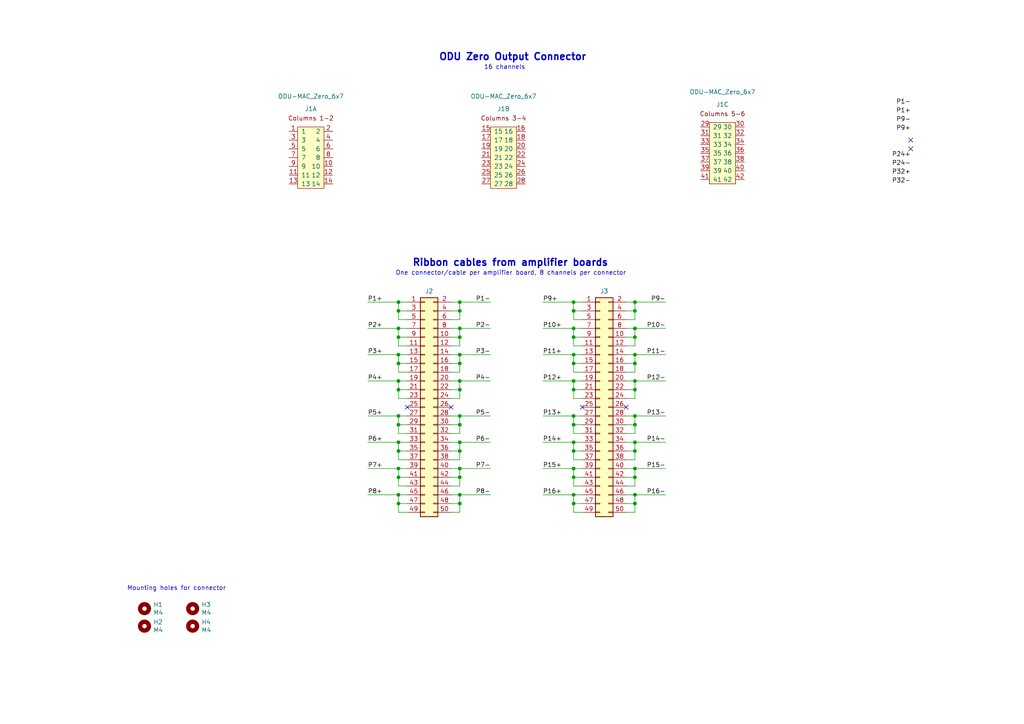
<source format=kicad_sch>
(kicad_sch (version 20211123) (generator eeschema)

  (uuid 21fdc6b6-dfe6-4ab9-a370-14617939bf13)

  (paper "A4")

  (title_block
    (title "Shim Amplifier: Output Connector Board")
    (rev "D1")
    (company "Martinos Center @ MGH")
    (comment 1 "Don Straney")
  )

  (lib_symbols
    (symbol "Connector_Generic:Conn_02x25_Odd_Even" (pin_names (offset 1.016) hide) (in_bom yes) (on_board yes)
      (property "Reference" "J" (id 0) (at 1.27 33.02 0)
        (effects (font (size 1.27 1.27)))
      )
      (property "Value" "Conn_02x25_Odd_Even" (id 1) (at 1.27 -33.02 0)
        (effects (font (size 1.27 1.27)))
      )
      (property "Footprint" "" (id 2) (at 0 0 0)
        (effects (font (size 1.27 1.27)) hide)
      )
      (property "Datasheet" "~" (id 3) (at 0 0 0)
        (effects (font (size 1.27 1.27)) hide)
      )
      (property "ki_keywords" "connector" (id 4) (at 0 0 0)
        (effects (font (size 1.27 1.27)) hide)
      )
      (property "ki_description" "Generic connector, double row, 02x25, odd/even pin numbering scheme (row 1 odd numbers, row 2 even numbers), script generated (kicad-library-utils/schlib/autogen/connector/)" (id 5) (at 0 0 0)
        (effects (font (size 1.27 1.27)) hide)
      )
      (property "ki_fp_filters" "Connector*:*_2x??_*" (id 6) (at 0 0 0)
        (effects (font (size 1.27 1.27)) hide)
      )
      (symbol "Conn_02x25_Odd_Even_1_1"
        (rectangle (start -1.27 -30.353) (end 0 -30.607)
          (stroke (width 0.1524) (type default) (color 0 0 0 0))
          (fill (type none))
        )
        (rectangle (start -1.27 -27.813) (end 0 -28.067)
          (stroke (width 0.1524) (type default) (color 0 0 0 0))
          (fill (type none))
        )
        (rectangle (start -1.27 -25.273) (end 0 -25.527)
          (stroke (width 0.1524) (type default) (color 0 0 0 0))
          (fill (type none))
        )
        (rectangle (start -1.27 -22.733) (end 0 -22.987)
          (stroke (width 0.1524) (type default) (color 0 0 0 0))
          (fill (type none))
        )
        (rectangle (start -1.27 -20.193) (end 0 -20.447)
          (stroke (width 0.1524) (type default) (color 0 0 0 0))
          (fill (type none))
        )
        (rectangle (start -1.27 -17.653) (end 0 -17.907)
          (stroke (width 0.1524) (type default) (color 0 0 0 0))
          (fill (type none))
        )
        (rectangle (start -1.27 -15.113) (end 0 -15.367)
          (stroke (width 0.1524) (type default) (color 0 0 0 0))
          (fill (type none))
        )
        (rectangle (start -1.27 -12.573) (end 0 -12.827)
          (stroke (width 0.1524) (type default) (color 0 0 0 0))
          (fill (type none))
        )
        (rectangle (start -1.27 -10.033) (end 0 -10.287)
          (stroke (width 0.1524) (type default) (color 0 0 0 0))
          (fill (type none))
        )
        (rectangle (start -1.27 -7.493) (end 0 -7.747)
          (stroke (width 0.1524) (type default) (color 0 0 0 0))
          (fill (type none))
        )
        (rectangle (start -1.27 -4.953) (end 0 -5.207)
          (stroke (width 0.1524) (type default) (color 0 0 0 0))
          (fill (type none))
        )
        (rectangle (start -1.27 -2.413) (end 0 -2.667)
          (stroke (width 0.1524) (type default) (color 0 0 0 0))
          (fill (type none))
        )
        (rectangle (start -1.27 0.127) (end 0 -0.127)
          (stroke (width 0.1524) (type default) (color 0 0 0 0))
          (fill (type none))
        )
        (rectangle (start -1.27 2.667) (end 0 2.413)
          (stroke (width 0.1524) (type default) (color 0 0 0 0))
          (fill (type none))
        )
        (rectangle (start -1.27 5.207) (end 0 4.953)
          (stroke (width 0.1524) (type default) (color 0 0 0 0))
          (fill (type none))
        )
        (rectangle (start -1.27 7.747) (end 0 7.493)
          (stroke (width 0.1524) (type default) (color 0 0 0 0))
          (fill (type none))
        )
        (rectangle (start -1.27 10.287) (end 0 10.033)
          (stroke (width 0.1524) (type default) (color 0 0 0 0))
          (fill (type none))
        )
        (rectangle (start -1.27 12.827) (end 0 12.573)
          (stroke (width 0.1524) (type default) (color 0 0 0 0))
          (fill (type none))
        )
        (rectangle (start -1.27 15.367) (end 0 15.113)
          (stroke (width 0.1524) (type default) (color 0 0 0 0))
          (fill (type none))
        )
        (rectangle (start -1.27 17.907) (end 0 17.653)
          (stroke (width 0.1524) (type default) (color 0 0 0 0))
          (fill (type none))
        )
        (rectangle (start -1.27 20.447) (end 0 20.193)
          (stroke (width 0.1524) (type default) (color 0 0 0 0))
          (fill (type none))
        )
        (rectangle (start -1.27 22.987) (end 0 22.733)
          (stroke (width 0.1524) (type default) (color 0 0 0 0))
          (fill (type none))
        )
        (rectangle (start -1.27 25.527) (end 0 25.273)
          (stroke (width 0.1524) (type default) (color 0 0 0 0))
          (fill (type none))
        )
        (rectangle (start -1.27 28.067) (end 0 27.813)
          (stroke (width 0.1524) (type default) (color 0 0 0 0))
          (fill (type none))
        )
        (rectangle (start -1.27 30.607) (end 0 30.353)
          (stroke (width 0.1524) (type default) (color 0 0 0 0))
          (fill (type none))
        )
        (rectangle (start -1.27 31.75) (end 3.81 -31.75)
          (stroke (width 0.254) (type default) (color 0 0 0 0))
          (fill (type background))
        )
        (rectangle (start 3.81 -30.353) (end 2.54 -30.607)
          (stroke (width 0.1524) (type default) (color 0 0 0 0))
          (fill (type none))
        )
        (rectangle (start 3.81 -27.813) (end 2.54 -28.067)
          (stroke (width 0.1524) (type default) (color 0 0 0 0))
          (fill (type none))
        )
        (rectangle (start 3.81 -25.273) (end 2.54 -25.527)
          (stroke (width 0.1524) (type default) (color 0 0 0 0))
          (fill (type none))
        )
        (rectangle (start 3.81 -22.733) (end 2.54 -22.987)
          (stroke (width 0.1524) (type default) (color 0 0 0 0))
          (fill (type none))
        )
        (rectangle (start 3.81 -20.193) (end 2.54 -20.447)
          (stroke (width 0.1524) (type default) (color 0 0 0 0))
          (fill (type none))
        )
        (rectangle (start 3.81 -17.653) (end 2.54 -17.907)
          (stroke (width 0.1524) (type default) (color 0 0 0 0))
          (fill (type none))
        )
        (rectangle (start 3.81 -15.113) (end 2.54 -15.367)
          (stroke (width 0.1524) (type default) (color 0 0 0 0))
          (fill (type none))
        )
        (rectangle (start 3.81 -12.573) (end 2.54 -12.827)
          (stroke (width 0.1524) (type default) (color 0 0 0 0))
          (fill (type none))
        )
        (rectangle (start 3.81 -10.033) (end 2.54 -10.287)
          (stroke (width 0.1524) (type default) (color 0 0 0 0))
          (fill (type none))
        )
        (rectangle (start 3.81 -7.493) (end 2.54 -7.747)
          (stroke (width 0.1524) (type default) (color 0 0 0 0))
          (fill (type none))
        )
        (rectangle (start 3.81 -4.953) (end 2.54 -5.207)
          (stroke (width 0.1524) (type default) (color 0 0 0 0))
          (fill (type none))
        )
        (rectangle (start 3.81 -2.413) (end 2.54 -2.667)
          (stroke (width 0.1524) (type default) (color 0 0 0 0))
          (fill (type none))
        )
        (rectangle (start 3.81 0.127) (end 2.54 -0.127)
          (stroke (width 0.1524) (type default) (color 0 0 0 0))
          (fill (type none))
        )
        (rectangle (start 3.81 2.667) (end 2.54 2.413)
          (stroke (width 0.1524) (type default) (color 0 0 0 0))
          (fill (type none))
        )
        (rectangle (start 3.81 5.207) (end 2.54 4.953)
          (stroke (width 0.1524) (type default) (color 0 0 0 0))
          (fill (type none))
        )
        (rectangle (start 3.81 7.747) (end 2.54 7.493)
          (stroke (width 0.1524) (type default) (color 0 0 0 0))
          (fill (type none))
        )
        (rectangle (start 3.81 10.287) (end 2.54 10.033)
          (stroke (width 0.1524) (type default) (color 0 0 0 0))
          (fill (type none))
        )
        (rectangle (start 3.81 12.827) (end 2.54 12.573)
          (stroke (width 0.1524) (type default) (color 0 0 0 0))
          (fill (type none))
        )
        (rectangle (start 3.81 15.367) (end 2.54 15.113)
          (stroke (width 0.1524) (type default) (color 0 0 0 0))
          (fill (type none))
        )
        (rectangle (start 3.81 17.907) (end 2.54 17.653)
          (stroke (width 0.1524) (type default) (color 0 0 0 0))
          (fill (type none))
        )
        (rectangle (start 3.81 20.447) (end 2.54 20.193)
          (stroke (width 0.1524) (type default) (color 0 0 0 0))
          (fill (type none))
        )
        (rectangle (start 3.81 22.987) (end 2.54 22.733)
          (stroke (width 0.1524) (type default) (color 0 0 0 0))
          (fill (type none))
        )
        (rectangle (start 3.81 25.527) (end 2.54 25.273)
          (stroke (width 0.1524) (type default) (color 0 0 0 0))
          (fill (type none))
        )
        (rectangle (start 3.81 28.067) (end 2.54 27.813)
          (stroke (width 0.1524) (type default) (color 0 0 0 0))
          (fill (type none))
        )
        (rectangle (start 3.81 30.607) (end 2.54 30.353)
          (stroke (width 0.1524) (type default) (color 0 0 0 0))
          (fill (type none))
        )
        (pin passive line (at -5.08 30.48 0) (length 3.81)
          (name "Pin_1" (effects (font (size 1.27 1.27))))
          (number "1" (effects (font (size 1.27 1.27))))
        )
        (pin passive line (at 7.62 20.32 180) (length 3.81)
          (name "Pin_10" (effects (font (size 1.27 1.27))))
          (number "10" (effects (font (size 1.27 1.27))))
        )
        (pin passive line (at -5.08 17.78 0) (length 3.81)
          (name "Pin_11" (effects (font (size 1.27 1.27))))
          (number "11" (effects (font (size 1.27 1.27))))
        )
        (pin passive line (at 7.62 17.78 180) (length 3.81)
          (name "Pin_12" (effects (font (size 1.27 1.27))))
          (number "12" (effects (font (size 1.27 1.27))))
        )
        (pin passive line (at -5.08 15.24 0) (length 3.81)
          (name "Pin_13" (effects (font (size 1.27 1.27))))
          (number "13" (effects (font (size 1.27 1.27))))
        )
        (pin passive line (at 7.62 15.24 180) (length 3.81)
          (name "Pin_14" (effects (font (size 1.27 1.27))))
          (number "14" (effects (font (size 1.27 1.27))))
        )
        (pin passive line (at -5.08 12.7 0) (length 3.81)
          (name "Pin_15" (effects (font (size 1.27 1.27))))
          (number "15" (effects (font (size 1.27 1.27))))
        )
        (pin passive line (at 7.62 12.7 180) (length 3.81)
          (name "Pin_16" (effects (font (size 1.27 1.27))))
          (number "16" (effects (font (size 1.27 1.27))))
        )
        (pin passive line (at -5.08 10.16 0) (length 3.81)
          (name "Pin_17" (effects (font (size 1.27 1.27))))
          (number "17" (effects (font (size 1.27 1.27))))
        )
        (pin passive line (at 7.62 10.16 180) (length 3.81)
          (name "Pin_18" (effects (font (size 1.27 1.27))))
          (number "18" (effects (font (size 1.27 1.27))))
        )
        (pin passive line (at -5.08 7.62 0) (length 3.81)
          (name "Pin_19" (effects (font (size 1.27 1.27))))
          (number "19" (effects (font (size 1.27 1.27))))
        )
        (pin passive line (at 7.62 30.48 180) (length 3.81)
          (name "Pin_2" (effects (font (size 1.27 1.27))))
          (number "2" (effects (font (size 1.27 1.27))))
        )
        (pin passive line (at 7.62 7.62 180) (length 3.81)
          (name "Pin_20" (effects (font (size 1.27 1.27))))
          (number "20" (effects (font (size 1.27 1.27))))
        )
        (pin passive line (at -5.08 5.08 0) (length 3.81)
          (name "Pin_21" (effects (font (size 1.27 1.27))))
          (number "21" (effects (font (size 1.27 1.27))))
        )
        (pin passive line (at 7.62 5.08 180) (length 3.81)
          (name "Pin_22" (effects (font (size 1.27 1.27))))
          (number "22" (effects (font (size 1.27 1.27))))
        )
        (pin passive line (at -5.08 2.54 0) (length 3.81)
          (name "Pin_23" (effects (font (size 1.27 1.27))))
          (number "23" (effects (font (size 1.27 1.27))))
        )
        (pin passive line (at 7.62 2.54 180) (length 3.81)
          (name "Pin_24" (effects (font (size 1.27 1.27))))
          (number "24" (effects (font (size 1.27 1.27))))
        )
        (pin passive line (at -5.08 0 0) (length 3.81)
          (name "Pin_25" (effects (font (size 1.27 1.27))))
          (number "25" (effects (font (size 1.27 1.27))))
        )
        (pin passive line (at 7.62 0 180) (length 3.81)
          (name "Pin_26" (effects (font (size 1.27 1.27))))
          (number "26" (effects (font (size 1.27 1.27))))
        )
        (pin passive line (at -5.08 -2.54 0) (length 3.81)
          (name "Pin_27" (effects (font (size 1.27 1.27))))
          (number "27" (effects (font (size 1.27 1.27))))
        )
        (pin passive line (at 7.62 -2.54 180) (length 3.81)
          (name "Pin_28" (effects (font (size 1.27 1.27))))
          (number "28" (effects (font (size 1.27 1.27))))
        )
        (pin passive line (at -5.08 -5.08 0) (length 3.81)
          (name "Pin_29" (effects (font (size 1.27 1.27))))
          (number "29" (effects (font (size 1.27 1.27))))
        )
        (pin passive line (at -5.08 27.94 0) (length 3.81)
          (name "Pin_3" (effects (font (size 1.27 1.27))))
          (number "3" (effects (font (size 1.27 1.27))))
        )
        (pin passive line (at 7.62 -5.08 180) (length 3.81)
          (name "Pin_30" (effects (font (size 1.27 1.27))))
          (number "30" (effects (font (size 1.27 1.27))))
        )
        (pin passive line (at -5.08 -7.62 0) (length 3.81)
          (name "Pin_31" (effects (font (size 1.27 1.27))))
          (number "31" (effects (font (size 1.27 1.27))))
        )
        (pin passive line (at 7.62 -7.62 180) (length 3.81)
          (name "Pin_32" (effects (font (size 1.27 1.27))))
          (number "32" (effects (font (size 1.27 1.27))))
        )
        (pin passive line (at -5.08 -10.16 0) (length 3.81)
          (name "Pin_33" (effects (font (size 1.27 1.27))))
          (number "33" (effects (font (size 1.27 1.27))))
        )
        (pin passive line (at 7.62 -10.16 180) (length 3.81)
          (name "Pin_34" (effects (font (size 1.27 1.27))))
          (number "34" (effects (font (size 1.27 1.27))))
        )
        (pin passive line (at -5.08 -12.7 0) (length 3.81)
          (name "Pin_35" (effects (font (size 1.27 1.27))))
          (number "35" (effects (font (size 1.27 1.27))))
        )
        (pin passive line (at 7.62 -12.7 180) (length 3.81)
          (name "Pin_36" (effects (font (size 1.27 1.27))))
          (number "36" (effects (font (size 1.27 1.27))))
        )
        (pin passive line (at -5.08 -15.24 0) (length 3.81)
          (name "Pin_37" (effects (font (size 1.27 1.27))))
          (number "37" (effects (font (size 1.27 1.27))))
        )
        (pin passive line (at 7.62 -15.24 180) (length 3.81)
          (name "Pin_38" (effects (font (size 1.27 1.27))))
          (number "38" (effects (font (size 1.27 1.27))))
        )
        (pin passive line (at -5.08 -17.78 0) (length 3.81)
          (name "Pin_39" (effects (font (size 1.27 1.27))))
          (number "39" (effects (font (size 1.27 1.27))))
        )
        (pin passive line (at 7.62 27.94 180) (length 3.81)
          (name "Pin_4" (effects (font (size 1.27 1.27))))
          (number "4" (effects (font (size 1.27 1.27))))
        )
        (pin passive line (at 7.62 -17.78 180) (length 3.81)
          (name "Pin_40" (effects (font (size 1.27 1.27))))
          (number "40" (effects (font (size 1.27 1.27))))
        )
        (pin passive line (at -5.08 -20.32 0) (length 3.81)
          (name "Pin_41" (effects (font (size 1.27 1.27))))
          (number "41" (effects (font (size 1.27 1.27))))
        )
        (pin passive line (at 7.62 -20.32 180) (length 3.81)
          (name "Pin_42" (effects (font (size 1.27 1.27))))
          (number "42" (effects (font (size 1.27 1.27))))
        )
        (pin passive line (at -5.08 -22.86 0) (length 3.81)
          (name "Pin_43" (effects (font (size 1.27 1.27))))
          (number "43" (effects (font (size 1.27 1.27))))
        )
        (pin passive line (at 7.62 -22.86 180) (length 3.81)
          (name "Pin_44" (effects (font (size 1.27 1.27))))
          (number "44" (effects (font (size 1.27 1.27))))
        )
        (pin passive line (at -5.08 -25.4 0) (length 3.81)
          (name "Pin_45" (effects (font (size 1.27 1.27))))
          (number "45" (effects (font (size 1.27 1.27))))
        )
        (pin passive line (at 7.62 -25.4 180) (length 3.81)
          (name "Pin_46" (effects (font (size 1.27 1.27))))
          (number "46" (effects (font (size 1.27 1.27))))
        )
        (pin passive line (at -5.08 -27.94 0) (length 3.81)
          (name "Pin_47" (effects (font (size 1.27 1.27))))
          (number "47" (effects (font (size 1.27 1.27))))
        )
        (pin passive line (at 7.62 -27.94 180) (length 3.81)
          (name "Pin_48" (effects (font (size 1.27 1.27))))
          (number "48" (effects (font (size 1.27 1.27))))
        )
        (pin passive line (at -5.08 -30.48 0) (length 3.81)
          (name "Pin_49" (effects (font (size 1.27 1.27))))
          (number "49" (effects (font (size 1.27 1.27))))
        )
        (pin passive line (at -5.08 25.4 0) (length 3.81)
          (name "Pin_5" (effects (font (size 1.27 1.27))))
          (number "5" (effects (font (size 1.27 1.27))))
        )
        (pin passive line (at 7.62 -30.48 180) (length 3.81)
          (name "Pin_50" (effects (font (size 1.27 1.27))))
          (number "50" (effects (font (size 1.27 1.27))))
        )
        (pin passive line (at 7.62 25.4 180) (length 3.81)
          (name "Pin_6" (effects (font (size 1.27 1.27))))
          (number "6" (effects (font (size 1.27 1.27))))
        )
        (pin passive line (at -5.08 22.86 0) (length 3.81)
          (name "Pin_7" (effects (font (size 1.27 1.27))))
          (number "7" (effects (font (size 1.27 1.27))))
        )
        (pin passive line (at 7.62 22.86 180) (length 3.81)
          (name "Pin_8" (effects (font (size 1.27 1.27))))
          (number "8" (effects (font (size 1.27 1.27))))
        )
        (pin passive line (at -5.08 20.32 0) (length 3.81)
          (name "Pin_9" (effects (font (size 1.27 1.27))))
          (number "9" (effects (font (size 1.27 1.27))))
        )
      )
    )
    (symbol "Don:ODU-MAC_Zero_6x7" (pin_names (offset 1.016)) (in_bom yes) (on_board yes)
      (property "Reference" "J" (id 0) (at -1.27 24.13 0)
        (effects (font (size 1.27 1.27)))
      )
      (property "Value" "ODU-MAC_Zero_6x7" (id 1) (at 0 21.59 0)
        (effects (font (size 1.27 1.27)))
      )
      (property "Footprint" "Don:ODU-MAC_Zero_6x7" (id 2) (at 0 -1.27 0)
        (effects (font (size 1.27 1.27)) hide)
      )
      (property "Datasheet" "" (id 3) (at 0 -1.27 0)
        (effects (font (size 1.27 1.27)) hide)
      )
      (property "ki_locked" "" (id 4) (at 0 0 0)
        (effects (font (size 1.27 1.27)))
      )
      (property "ki_keywords" "connector" (id 5) (at 0 0 0)
        (effects (font (size 1.27 1.27)) hide)
      )
      (property "ki_description" "ODU-MAC Zero connector, 3x 14-contact modules" (id 6) (at 0 0 0)
        (effects (font (size 1.27 1.27)) hide)
      )
      (symbol "ODU-MAC_Zero_6x7_0_1"
        (rectangle (start -3.81 12.7) (end 3.81 -5.08)
          (stroke (width 0) (type default) (color 0 0 0 0))
          (fill (type background))
        )
      )
      (symbol "ODU-MAC_Zero_6x7_1_0"
        (text "Columns 1-2" (at 0 15.24 0)
          (effects (font (size 1.27 1.27)))
        )
      )
      (symbol "ODU-MAC_Zero_6x7_1_1"
        (pin passive line (at -6.35 11.43 0) (length 2.54)
          (name "1" (effects (font (size 1.27 1.27))))
          (number "1" (effects (font (size 1.27 1.27))))
        )
        (pin passive line (at 6.35 1.27 180) (length 2.54)
          (name "10" (effects (font (size 1.27 1.27))))
          (number "10" (effects (font (size 1.27 1.27))))
        )
        (pin passive line (at -6.35 -1.27 0) (length 2.54)
          (name "11" (effects (font (size 1.27 1.27))))
          (number "11" (effects (font (size 1.27 1.27))))
        )
        (pin passive line (at 6.35 -1.27 180) (length 2.54)
          (name "12" (effects (font (size 1.27 1.27))))
          (number "12" (effects (font (size 1.27 1.27))))
        )
        (pin passive line (at -6.35 -3.81 0) (length 2.54)
          (name "13" (effects (font (size 1.27 1.27))))
          (number "13" (effects (font (size 1.27 1.27))))
        )
        (pin passive line (at 6.35 -3.81 180) (length 2.54)
          (name "14" (effects (font (size 1.27 1.27))))
          (number "14" (effects (font (size 1.27 1.27))))
        )
        (pin passive line (at 6.35 11.43 180) (length 2.54)
          (name "2" (effects (font (size 1.27 1.27))))
          (number "2" (effects (font (size 1.27 1.27))))
        )
        (pin passive line (at -6.35 8.89 0) (length 2.54)
          (name "3" (effects (font (size 1.27 1.27))))
          (number "3" (effects (font (size 1.27 1.27))))
        )
        (pin passive line (at 6.35 8.89 180) (length 2.54)
          (name "4" (effects (font (size 1.27 1.27))))
          (number "4" (effects (font (size 1.27 1.27))))
        )
        (pin passive line (at -6.35 6.35 0) (length 2.54)
          (name "5" (effects (font (size 1.27 1.27))))
          (number "5" (effects (font (size 1.27 1.27))))
        )
        (pin passive line (at 6.35 6.35 180) (length 2.54)
          (name "6" (effects (font (size 1.27 1.27))))
          (number "6" (effects (font (size 1.27 1.27))))
        )
        (pin passive line (at -6.35 3.81 0) (length 2.54)
          (name "7" (effects (font (size 1.27 1.27))))
          (number "7" (effects (font (size 1.27 1.27))))
        )
        (pin passive line (at 6.35 3.81 180) (length 2.54)
          (name "8" (effects (font (size 1.27 1.27))))
          (number "8" (effects (font (size 1.27 1.27))))
        )
        (pin passive line (at -6.35 1.27 0) (length 2.54)
          (name "9" (effects (font (size 1.27 1.27))))
          (number "9" (effects (font (size 1.27 1.27))))
        )
      )
      (symbol "ODU-MAC_Zero_6x7_2_1"
        (text "Columns 3-4" (at 0 15.24 0)
          (effects (font (size 1.27 1.27)))
        )
        (pin passive line (at -6.35 11.43 0) (length 2.54)
          (name "15" (effects (font (size 1.27 1.27))))
          (number "15" (effects (font (size 1.27 1.27))))
        )
        (pin passive line (at 6.35 11.43 180) (length 2.54)
          (name "16" (effects (font (size 1.27 1.27))))
          (number "16" (effects (font (size 1.27 1.27))))
        )
        (pin passive line (at -6.35 8.89 0) (length 2.54)
          (name "17" (effects (font (size 1.27 1.27))))
          (number "17" (effects (font (size 1.27 1.27))))
        )
        (pin passive line (at 6.35 8.89 180) (length 2.54)
          (name "18" (effects (font (size 1.27 1.27))))
          (number "18" (effects (font (size 1.27 1.27))))
        )
        (pin passive line (at -6.35 6.35 0) (length 2.54)
          (name "19" (effects (font (size 1.27 1.27))))
          (number "19" (effects (font (size 1.27 1.27))))
        )
        (pin passive line (at 6.35 6.35 180) (length 2.54)
          (name "20" (effects (font (size 1.27 1.27))))
          (number "20" (effects (font (size 1.27 1.27))))
        )
        (pin passive line (at -6.35 3.81 0) (length 2.54)
          (name "21" (effects (font (size 1.27 1.27))))
          (number "21" (effects (font (size 1.27 1.27))))
        )
        (pin passive line (at 6.35 3.81 180) (length 2.54)
          (name "22" (effects (font (size 1.27 1.27))))
          (number "22" (effects (font (size 1.27 1.27))))
        )
        (pin passive line (at -6.35 1.27 0) (length 2.54)
          (name "23" (effects (font (size 1.27 1.27))))
          (number "23" (effects (font (size 1.27 1.27))))
        )
        (pin passive line (at 6.35 1.27 180) (length 2.54)
          (name "24" (effects (font (size 1.27 1.27))))
          (number "24" (effects (font (size 1.27 1.27))))
        )
        (pin passive line (at -6.35 -1.27 0) (length 2.54)
          (name "25" (effects (font (size 1.27 1.27))))
          (number "25" (effects (font (size 1.27 1.27))))
        )
        (pin passive line (at 6.35 -1.27 180) (length 2.54)
          (name "26" (effects (font (size 1.27 1.27))))
          (number "26" (effects (font (size 1.27 1.27))))
        )
        (pin passive line (at -6.35 -3.81 0) (length 2.54)
          (name "27" (effects (font (size 1.27 1.27))))
          (number "27" (effects (font (size 1.27 1.27))))
        )
        (pin passive line (at 6.35 -3.81 180) (length 2.54)
          (name "28" (effects (font (size 1.27 1.27))))
          (number "28" (effects (font (size 1.27 1.27))))
        )
      )
      (symbol "ODU-MAC_Zero_6x7_3_1"
        (text "Columns 5-6" (at 0 15.24 0)
          (effects (font (size 1.27 1.27)))
        )
        (pin passive line (at -6.35 11.43 0) (length 2.54)
          (name "29" (effects (font (size 1.27 1.27))))
          (number "29" (effects (font (size 1.27 1.27))))
        )
        (pin passive line (at 6.35 11.43 180) (length 2.54)
          (name "30" (effects (font (size 1.27 1.27))))
          (number "30" (effects (font (size 1.27 1.27))))
        )
        (pin passive line (at -6.35 8.89 0) (length 2.54)
          (name "31" (effects (font (size 1.27 1.27))))
          (number "31" (effects (font (size 1.27 1.27))))
        )
        (pin passive line (at 6.35 8.89 180) (length 2.54)
          (name "32" (effects (font (size 1.27 1.27))))
          (number "32" (effects (font (size 1.27 1.27))))
        )
        (pin passive line (at -6.35 6.35 0) (length 2.54)
          (name "33" (effects (font (size 1.27 1.27))))
          (number "33" (effects (font (size 1.27 1.27))))
        )
        (pin passive line (at 6.35 6.35 180) (length 2.54)
          (name "34" (effects (font (size 1.27 1.27))))
          (number "34" (effects (font (size 1.27 1.27))))
        )
        (pin passive line (at -6.35 3.81 0) (length 2.54)
          (name "35" (effects (font (size 1.27 1.27))))
          (number "35" (effects (font (size 1.27 1.27))))
        )
        (pin passive line (at 6.35 3.81 180) (length 2.54)
          (name "36" (effects (font (size 1.27 1.27))))
          (number "36" (effects (font (size 1.27 1.27))))
        )
        (pin passive line (at -6.35 1.27 0) (length 2.54)
          (name "37" (effects (font (size 1.27 1.27))))
          (number "37" (effects (font (size 1.27 1.27))))
        )
        (pin passive line (at 6.35 1.27 180) (length 2.54)
          (name "38" (effects (font (size 1.27 1.27))))
          (number "38" (effects (font (size 1.27 1.27))))
        )
        (pin passive line (at -6.35 -1.27 0) (length 2.54)
          (name "39" (effects (font (size 1.27 1.27))))
          (number "39" (effects (font (size 1.27 1.27))))
        )
        (pin passive line (at 6.35 -1.27 180) (length 2.54)
          (name "40" (effects (font (size 1.27 1.27))))
          (number "40" (effects (font (size 1.27 1.27))))
        )
        (pin passive line (at -6.35 -3.81 0) (length 2.54)
          (name "41" (effects (font (size 1.27 1.27))))
          (number "41" (effects (font (size 1.27 1.27))))
        )
        (pin passive line (at 6.35 -3.81 180) (length 2.54)
          (name "42" (effects (font (size 1.27 1.27))))
          (number "42" (effects (font (size 1.27 1.27))))
        )
      )
    )
    (symbol "Mechanical:MountingHole" (pin_names (offset 1.016)) (in_bom yes) (on_board yes)
      (property "Reference" "H" (id 0) (at 0 5.08 0)
        (effects (font (size 1.27 1.27)))
      )
      (property "Value" "MountingHole" (id 1) (at 0 3.175 0)
        (effects (font (size 1.27 1.27)))
      )
      (property "Footprint" "" (id 2) (at 0 0 0)
        (effects (font (size 1.27 1.27)) hide)
      )
      (property "Datasheet" "~" (id 3) (at 0 0 0)
        (effects (font (size 1.27 1.27)) hide)
      )
      (property "ki_keywords" "mounting hole" (id 4) (at 0 0 0)
        (effects (font (size 1.27 1.27)) hide)
      )
      (property "ki_description" "Mounting Hole without connection" (id 5) (at 0 0 0)
        (effects (font (size 1.27 1.27)) hide)
      )
      (property "ki_fp_filters" "MountingHole*" (id 6) (at 0 0 0)
        (effects (font (size 1.27 1.27)) hide)
      )
      (symbol "MountingHole_0_1"
        (circle (center 0 0) (radius 1.27)
          (stroke (width 1.27) (type default) (color 0 0 0 0))
          (fill (type none))
        )
      )
    )
  )

  (junction (at 115.57 146.05) (diameter 0) (color 0 0 0 0)
    (uuid 01b33d62-80fb-4aff-8016-15af32c71f41)
  )
  (junction (at 184.15 123.19) (diameter 0) (color 0 0 0 0)
    (uuid 13b7a594-bbd7-404d-917a-6e7e92eb0d1e)
  )
  (junction (at 133.35 102.87) (diameter 0) (color 0 0 0 0)
    (uuid 13d69c34-0cdf-4eb8-bd97-c157162d1e12)
  )
  (junction (at 166.37 130.81) (diameter 0) (color 0 0 0 0)
    (uuid 169310d4-ca50-4b05-88b1-23b2a95ef78b)
  )
  (junction (at 166.37 113.03) (diameter 0) (color 0 0 0 0)
    (uuid 16ec3b13-65e3-479a-8472-2cc3f7daa29e)
  )
  (junction (at 166.37 123.19) (diameter 0) (color 0 0 0 0)
    (uuid 195a1a1c-ec3a-494d-ac9d-8524c2bb0e3b)
  )
  (junction (at 133.35 105.41) (diameter 0) (color 0 0 0 0)
    (uuid 1f1ece23-5de0-4c09-ba3c-b7afec3ad43e)
  )
  (junction (at 133.35 143.51) (diameter 0) (color 0 0 0 0)
    (uuid 1ffc875a-b956-4ae5-915f-40b3ffd0197b)
  )
  (junction (at 115.57 143.51) (diameter 0) (color 0 0 0 0)
    (uuid 20f8cfd7-896b-4550-95f5-fbf5e7d89631)
  )
  (junction (at 133.35 95.25) (diameter 0) (color 0 0 0 0)
    (uuid 30f36bb6-f6ff-49d6-b934-c86de3fd958d)
  )
  (junction (at 133.35 135.89) (diameter 0) (color 0 0 0 0)
    (uuid 340bbff0-0c36-4d08-97d9-68cd0efa5447)
  )
  (junction (at 166.37 95.25) (diameter 0) (color 0 0 0 0)
    (uuid 3423f614-db28-4379-8563-ef2457d35491)
  )
  (junction (at 166.37 135.89) (diameter 0) (color 0 0 0 0)
    (uuid 36943e39-5092-4525-aa1a-39caaa31e95c)
  )
  (junction (at 133.35 120.65) (diameter 0) (color 0 0 0 0)
    (uuid 3774d0b5-fb1e-4fea-a6d3-f6ed74e5914a)
  )
  (junction (at 184.15 87.63) (diameter 0) (color 0 0 0 0)
    (uuid 3b5033b6-f628-441d-80a9-b72f8dfccbb8)
  )
  (junction (at 115.57 95.25) (diameter 0) (color 0 0 0 0)
    (uuid 3b6f4254-18a5-4fae-aba8-cd2674682582)
  )
  (junction (at 184.15 110.49) (diameter 0) (color 0 0 0 0)
    (uuid 3b9ab7f3-80b1-4383-a6fc-d5a23957ecdf)
  )
  (junction (at 133.35 138.43) (diameter 0) (color 0 0 0 0)
    (uuid 3e1d8258-7630-48db-9ab8-54b6ccb9d5f0)
  )
  (junction (at 166.37 138.43) (diameter 0) (color 0 0 0 0)
    (uuid 3f4247a9-c6be-4dd4-85e9-0a3fc2c833cb)
  )
  (junction (at 115.57 138.43) (diameter 0) (color 0 0 0 0)
    (uuid 3fc4f88a-e784-496e-96c0-77c823efc984)
  )
  (junction (at 115.57 130.81) (diameter 0) (color 0 0 0 0)
    (uuid 40adc635-4e73-49c7-83bd-a5a27108bd20)
  )
  (junction (at 133.35 113.03) (diameter 0) (color 0 0 0 0)
    (uuid 48e47a9e-a85c-4717-bad4-5db5d6511295)
  )
  (junction (at 115.57 110.49) (diameter 0) (color 0 0 0 0)
    (uuid 493a8c87-b31c-4811-af15-24bf70d81074)
  )
  (junction (at 166.37 102.87) (diameter 0) (color 0 0 0 0)
    (uuid 515d5ce2-e722-43bc-8d83-4fc67e905efa)
  )
  (junction (at 115.57 128.27) (diameter 0) (color 0 0 0 0)
    (uuid 55fb88b3-0442-41d7-bce1-2c160b5731a1)
  )
  (junction (at 133.35 90.17) (diameter 0) (color 0 0 0 0)
    (uuid 5dd60535-0c4c-40c4-a8ab-011a0dcd3618)
  )
  (junction (at 115.57 113.03) (diameter 0) (color 0 0 0 0)
    (uuid 5e6bbc9e-7db0-4c93-94fb-39b51f6d0f86)
  )
  (junction (at 184.15 138.43) (diameter 0) (color 0 0 0 0)
    (uuid 642a12b2-da7d-4030-85ab-7446f31cced1)
  )
  (junction (at 184.15 128.27) (diameter 0) (color 0 0 0 0)
    (uuid 68c480ab-93b3-462f-aed8-aab30cd6e476)
  )
  (junction (at 184.15 143.51) (diameter 0) (color 0 0 0 0)
    (uuid 6f914742-1fa7-4e72-b9f4-48c19d1ab5b1)
  )
  (junction (at 133.35 110.49) (diameter 0) (color 0 0 0 0)
    (uuid 70539a7f-b042-4134-ba12-3f4027c8a58f)
  )
  (junction (at 166.37 143.51) (diameter 0) (color 0 0 0 0)
    (uuid 72ec9749-d894-4a80-b359-97e8541512df)
  )
  (junction (at 166.37 146.05) (diameter 0) (color 0 0 0 0)
    (uuid 742898c2-f07d-4ef9-b081-df169a70a11f)
  )
  (junction (at 133.35 87.63) (diameter 0) (color 0 0 0 0)
    (uuid 76bbec72-a8a8-47f2-bbe3-bde895463d50)
  )
  (junction (at 184.15 146.05) (diameter 0) (color 0 0 0 0)
    (uuid 76f67bf8-04c8-4d7b-be31-cb457a0e81df)
  )
  (junction (at 166.37 128.27) (diameter 0) (color 0 0 0 0)
    (uuid 7c419fa5-bb3c-4ac4-9d51-84a7855712d7)
  )
  (junction (at 184.15 135.89) (diameter 0) (color 0 0 0 0)
    (uuid 7d07819a-4192-4f98-bdbf-3ed8b2bbab90)
  )
  (junction (at 115.57 123.19) (diameter 0) (color 0 0 0 0)
    (uuid 7ec7c18a-5977-401b-befa-34d5d84d47e0)
  )
  (junction (at 115.57 135.89) (diameter 0) (color 0 0 0 0)
    (uuid 8154bcdc-1842-47f8-96e6-6382f4f0bdf7)
  )
  (junction (at 166.37 110.49) (diameter 0) (color 0 0 0 0)
    (uuid 815fde6c-244f-460b-93d8-240c284a642b)
  )
  (junction (at 115.57 102.87) (diameter 0) (color 0 0 0 0)
    (uuid 8b36eeb0-5fd0-4344-b2cf-93f1f2b5e015)
  )
  (junction (at 184.15 130.81) (diameter 0) (color 0 0 0 0)
    (uuid 8b8eaedb-9a7b-489e-a876-ba10ad40641c)
  )
  (junction (at 115.57 105.41) (diameter 0) (color 0 0 0 0)
    (uuid 8bebc347-5bfc-4937-a465-01d3ff01bc74)
  )
  (junction (at 184.15 95.25) (diameter 0) (color 0 0 0 0)
    (uuid 8ea48781-b2d2-4636-bf8f-ea892a690483)
  )
  (junction (at 184.15 120.65) (diameter 0) (color 0 0 0 0)
    (uuid 911d7ae1-b9fe-4ae4-86c2-a4703a730cd9)
  )
  (junction (at 133.35 97.79) (diameter 0) (color 0 0 0 0)
    (uuid 91260b4c-4d27-4fa0-8755-ba0d42767133)
  )
  (junction (at 184.15 105.41) (diameter 0) (color 0 0 0 0)
    (uuid 99d08aa5-1199-4c3e-8e6f-a7c2cc12c869)
  )
  (junction (at 133.35 146.05) (diameter 0) (color 0 0 0 0)
    (uuid 9b1883b7-5ded-4431-903b-7bedc3530fdb)
  )
  (junction (at 184.15 97.79) (diameter 0) (color 0 0 0 0)
    (uuid a8a5c86b-5921-4c98-8962-62e297b60cd4)
  )
  (junction (at 133.35 128.27) (diameter 0) (color 0 0 0 0)
    (uuid acbeaf41-3c25-4b7c-94f7-d71368b0d0d4)
  )
  (junction (at 166.37 97.79) (diameter 0) (color 0 0 0 0)
    (uuid b1f99862-7837-4a73-b6f9-20f9eda63efc)
  )
  (junction (at 166.37 90.17) (diameter 0) (color 0 0 0 0)
    (uuid b935af89-b064-49c8-bcd4-7691b60617a2)
  )
  (junction (at 115.57 120.65) (diameter 0) (color 0 0 0 0)
    (uuid be168861-b12a-4de9-9c05-8729c8c93b16)
  )
  (junction (at 166.37 87.63) (diameter 0) (color 0 0 0 0)
    (uuid c227cebb-c99e-4951-862f-1519a60b2e8e)
  )
  (junction (at 115.57 90.17) (diameter 0) (color 0 0 0 0)
    (uuid c43b70dd-e556-4412-b540-da586554c4a5)
  )
  (junction (at 184.15 113.03) (diameter 0) (color 0 0 0 0)
    (uuid c65d1e69-735c-452c-885e-1575011c5f5f)
  )
  (junction (at 133.35 123.19) (diameter 0) (color 0 0 0 0)
    (uuid c935e14a-9780-4e42-96d4-d6ca6eb2e81a)
  )
  (junction (at 184.15 90.17) (diameter 0) (color 0 0 0 0)
    (uuid cedfe27c-2261-40b5-8c0e-8f9447eb7cf7)
  )
  (junction (at 115.57 97.79) (diameter 0) (color 0 0 0 0)
    (uuid d16ee23f-1e5e-4c14-86b4-f9d1337baeec)
  )
  (junction (at 133.35 130.81) (diameter 0) (color 0 0 0 0)
    (uuid d2082bee-14d6-46e4-a051-4930a3afd0eb)
  )
  (junction (at 184.15 102.87) (diameter 0) (color 0 0 0 0)
    (uuid dfc89112-b4c1-4409-ba04-c29d6ce75dbb)
  )
  (junction (at 166.37 105.41) (diameter 0) (color 0 0 0 0)
    (uuid e27f7298-254a-47f5-b67a-eb70a7a28c1f)
  )
  (junction (at 115.57 87.63) (diameter 0) (color 0 0 0 0)
    (uuid e31679ee-3179-452b-8c40-c7d21137b336)
  )
  (junction (at 166.37 120.65) (diameter 0) (color 0 0 0 0)
    (uuid f7ec7bdb-ae0b-4b5d-8412-c3a0055fd818)
  )

  (no_connect (at 118.11 118.11) (uuid 1e34852d-84cb-4f75-b2d3-9f2908aa6c1b))
  (no_connect (at 168.91 118.11) (uuid 4ef70510-7efe-428f-85f0-5e59f7267808))
  (no_connect (at 181.61 118.11) (uuid 601062bf-5148-427d-b3d6-06ed8ead0049))
  (no_connect (at 264.16 43.18) (uuid c8240410-abdc-4cef-9391-d77a629fadc9))
  (no_connect (at 264.16 40.64) (uuid dca9c138-7a9f-4cb9-a700-0c0e3d97e594))
  (no_connect (at 130.81 118.11) (uuid e5e83556-d030-4596-a495-e015c65465bc))

  (wire (pts (xy 118.11 110.49) (xy 115.57 110.49))
    (stroke (width 0) (type default) (color 0 0 0 0))
    (uuid 0144ab53-d376-4bd2-a572-885a913fec2b)
  )
  (wire (pts (xy 166.37 140.97) (xy 166.37 138.43))
    (stroke (width 0) (type default) (color 0 0 0 0))
    (uuid 0207582c-8464-4213-9de3-14fa115b40b1)
  )
  (wire (pts (xy 168.91 135.89) (xy 166.37 135.89))
    (stroke (width 0) (type default) (color 0 0 0 0))
    (uuid 021c6c8f-9fe2-4eac-a24e-8b49fb138e44)
  )
  (wire (pts (xy 184.15 102.87) (xy 193.04 102.87))
    (stroke (width 0) (type default) (color 0 0 0 0))
    (uuid 02cc17ce-d82e-4040-acd7-193e5013cff1)
  )
  (wire (pts (xy 166.37 100.33) (xy 166.37 97.79))
    (stroke (width 0) (type default) (color 0 0 0 0))
    (uuid 05af3b42-f750-41f5-b08d-2ef31f41c567)
  )
  (wire (pts (xy 166.37 125.73) (xy 166.37 123.19))
    (stroke (width 0) (type default) (color 0 0 0 0))
    (uuid 067d559c-d262-41c8-b6bb-b7c42ae81a3a)
  )
  (wire (pts (xy 184.15 135.89) (xy 193.04 135.89))
    (stroke (width 0) (type default) (color 0 0 0 0))
    (uuid 06fc87e4-1ad8-4e2c-807a-dd7d39f0bcf3)
  )
  (wire (pts (xy 166.37 95.25) (xy 157.48 95.25))
    (stroke (width 0) (type default) (color 0 0 0 0))
    (uuid 07bcb408-65c8-43bd-93df-e846dd0d2056)
  )
  (wire (pts (xy 181.61 140.97) (xy 184.15 140.97))
    (stroke (width 0) (type default) (color 0 0 0 0))
    (uuid 08619c00-f390-4bea-aef5-d4864d73786a)
  )
  (wire (pts (xy 184.15 140.97) (xy 184.15 138.43))
    (stroke (width 0) (type default) (color 0 0 0 0))
    (uuid 0a0c6f2d-acc1-4012-9b0b-fbfdb974d757)
  )
  (wire (pts (xy 118.11 130.81) (xy 115.57 130.81))
    (stroke (width 0) (type default) (color 0 0 0 0))
    (uuid 0b257b45-a38b-47da-875b-4a903509effb)
  )
  (wire (pts (xy 115.57 148.59) (xy 115.57 146.05))
    (stroke (width 0) (type default) (color 0 0 0 0))
    (uuid 0c067d2f-eae7-4699-8082-aa724c0204b7)
  )
  (wire (pts (xy 133.35 143.51) (xy 142.24 143.51))
    (stroke (width 0) (type default) (color 0 0 0 0))
    (uuid 0d882fb6-151a-4f71-a14e-aa34309f5c2c)
  )
  (wire (pts (xy 133.35 128.27) (xy 142.24 128.27))
    (stroke (width 0) (type default) (color 0 0 0 0))
    (uuid 0f833061-e91c-40f7-a197-bdf44433d1fc)
  )
  (wire (pts (xy 115.57 97.79) (xy 115.57 95.25))
    (stroke (width 0) (type default) (color 0 0 0 0))
    (uuid 1133ce68-c79b-4326-a761-c07119c65053)
  )
  (wire (pts (xy 184.15 95.25) (xy 193.04 95.25))
    (stroke (width 0) (type default) (color 0 0 0 0))
    (uuid 177f61b4-9819-4214-b3ab-a01d4e6d11f3)
  )
  (wire (pts (xy 130.81 87.63) (xy 133.35 87.63))
    (stroke (width 0) (type default) (color 0 0 0 0))
    (uuid 19cfee4d-0498-4d00-a3f5-78de7897eb01)
  )
  (wire (pts (xy 168.91 115.57) (xy 166.37 115.57))
    (stroke (width 0) (type default) (color 0 0 0 0))
    (uuid 1acb3765-32ed-450e-b30f-2573fc1aaef5)
  )
  (wire (pts (xy 133.35 95.25) (xy 142.24 95.25))
    (stroke (width 0) (type default) (color 0 0 0 0))
    (uuid 1d7f2b4d-2d2d-41b4-84c8-702a0b7ce8b4)
  )
  (wire (pts (xy 168.91 120.65) (xy 166.37 120.65))
    (stroke (width 0) (type default) (color 0 0 0 0))
    (uuid 1e643282-fcbb-43d9-9840-a0927c8b822a)
  )
  (wire (pts (xy 181.61 125.73) (xy 184.15 125.73))
    (stroke (width 0) (type default) (color 0 0 0 0))
    (uuid 200fbbca-a7d2-4821-8c63-90b4d845b341)
  )
  (wire (pts (xy 118.11 148.59) (xy 115.57 148.59))
    (stroke (width 0) (type default) (color 0 0 0 0))
    (uuid 20466e97-284b-4681-ba25-f55d00edcf52)
  )
  (wire (pts (xy 118.11 120.65) (xy 115.57 120.65))
    (stroke (width 0) (type default) (color 0 0 0 0))
    (uuid 22626050-dd90-4b5c-88f4-9589f4f06550)
  )
  (wire (pts (xy 130.81 140.97) (xy 133.35 140.97))
    (stroke (width 0) (type default) (color 0 0 0 0))
    (uuid 27eee51e-a98c-4c66-a9b3-e2d314138b9f)
  )
  (wire (pts (xy 118.11 92.71) (xy 115.57 92.71))
    (stroke (width 0) (type default) (color 0 0 0 0))
    (uuid 28e98cf1-7cff-4088-9d86-6d10fba09e52)
  )
  (wire (pts (xy 166.37 120.65) (xy 157.48 120.65))
    (stroke (width 0) (type default) (color 0 0 0 0))
    (uuid 2f3acb56-5d75-4815-ba0b-f98eb1301d57)
  )
  (wire (pts (xy 133.35 135.89) (xy 142.24 135.89))
    (stroke (width 0) (type default) (color 0 0 0 0))
    (uuid 300b56c2-50dc-4b27-839b-09baa4d120b8)
  )
  (wire (pts (xy 184.15 128.27) (xy 193.04 128.27))
    (stroke (width 0) (type default) (color 0 0 0 0))
    (uuid 30185ded-7e5b-4c68-b02e-dee7f4898a7d)
  )
  (wire (pts (xy 181.61 120.65) (xy 184.15 120.65))
    (stroke (width 0) (type default) (color 0 0 0 0))
    (uuid 311814f8-24ec-4d99-8f7e-c3182b575f6c)
  )
  (wire (pts (xy 168.91 107.95) (xy 166.37 107.95))
    (stroke (width 0) (type default) (color 0 0 0 0))
    (uuid 32439be3-84ce-48f1-bf17-df9d82f09d1b)
  )
  (wire (pts (xy 130.81 105.41) (xy 133.35 105.41))
    (stroke (width 0) (type default) (color 0 0 0 0))
    (uuid 3433997b-7c6f-41d2-a8fd-697ad9e296e1)
  )
  (wire (pts (xy 166.37 138.43) (xy 166.37 135.89))
    (stroke (width 0) (type default) (color 0 0 0 0))
    (uuid 34559e20-9ea9-4ddd-92d3-519383af69db)
  )
  (wire (pts (xy 118.11 100.33) (xy 115.57 100.33))
    (stroke (width 0) (type default) (color 0 0 0 0))
    (uuid 3519f69a-f6da-42a2-9609-537328d21363)
  )
  (wire (pts (xy 130.81 120.65) (xy 133.35 120.65))
    (stroke (width 0) (type default) (color 0 0 0 0))
    (uuid 354ec491-4db8-4767-98c9-61e4e4572340)
  )
  (wire (pts (xy 133.35 92.71) (xy 133.35 90.17))
    (stroke (width 0) (type default) (color 0 0 0 0))
    (uuid 365b2402-0227-494c-8767-26bdd9357122)
  )
  (wire (pts (xy 181.61 128.27) (xy 184.15 128.27))
    (stroke (width 0) (type default) (color 0 0 0 0))
    (uuid 38bb77ab-5b82-4783-b484-99aa9f8b38bf)
  )
  (wire (pts (xy 184.15 146.05) (xy 184.15 143.51))
    (stroke (width 0) (type default) (color 0 0 0 0))
    (uuid 3964e9d5-76e5-44d2-8091-122d6a06e620)
  )
  (wire (pts (xy 118.11 115.57) (xy 115.57 115.57))
    (stroke (width 0) (type default) (color 0 0 0 0))
    (uuid 3be10f85-d86d-40aa-aa12-9f547b5f2da4)
  )
  (wire (pts (xy 115.57 87.63) (xy 106.68 87.63))
    (stroke (width 0) (type default) (color 0 0 0 0))
    (uuid 3bffd8c0-ef13-4649-aac3-94cb7d902258)
  )
  (wire (pts (xy 166.37 115.57) (xy 166.37 113.03))
    (stroke (width 0) (type default) (color 0 0 0 0))
    (uuid 3c53c9cd-7a7f-47fa-a88b-79ac7927d2fe)
  )
  (wire (pts (xy 115.57 146.05) (xy 115.57 143.51))
    (stroke (width 0) (type default) (color 0 0 0 0))
    (uuid 3c8a8121-f9a7-45b6-9402-e2385b1ca3e6)
  )
  (wire (pts (xy 133.35 90.17) (xy 133.35 87.63))
    (stroke (width 0) (type default) (color 0 0 0 0))
    (uuid 3cfe8395-8b10-4aba-9ea9-66a91d5a8cd2)
  )
  (wire (pts (xy 133.35 148.59) (xy 133.35 146.05))
    (stroke (width 0) (type default) (color 0 0 0 0))
    (uuid 3e898359-b06e-41ea-ae3d-827bb81a441a)
  )
  (wire (pts (xy 118.11 128.27) (xy 115.57 128.27))
    (stroke (width 0) (type default) (color 0 0 0 0))
    (uuid 3f9a5cfa-4bd4-4a1d-8bdd-78a13423af25)
  )
  (wire (pts (xy 118.11 125.73) (xy 115.57 125.73))
    (stroke (width 0) (type default) (color 0 0 0 0))
    (uuid 40eb8856-1cd1-4e9d-a372-fb6ef90fd834)
  )
  (wire (pts (xy 181.61 110.49) (xy 184.15 110.49))
    (stroke (width 0) (type default) (color 0 0 0 0))
    (uuid 41e3a556-8398-4623-9754-d7196c088f67)
  )
  (wire (pts (xy 133.35 113.03) (xy 133.35 110.49))
    (stroke (width 0) (type default) (color 0 0 0 0))
    (uuid 440e1f56-0560-4bfb-898d-6ba4d1a8be56)
  )
  (wire (pts (xy 118.11 97.79) (xy 115.57 97.79))
    (stroke (width 0) (type default) (color 0 0 0 0))
    (uuid 4598f8cc-d84a-4d6f-94a8-4cc00800a867)
  )
  (wire (pts (xy 181.61 148.59) (xy 184.15 148.59))
    (stroke (width 0) (type default) (color 0 0 0 0))
    (uuid 4754dbbb-5493-4552-908a-6d83bbac0e0d)
  )
  (wire (pts (xy 168.91 140.97) (xy 166.37 140.97))
    (stroke (width 0) (type default) (color 0 0 0 0))
    (uuid 48e22021-9a89-4ada-83d2-ddb5c98184ca)
  )
  (wire (pts (xy 133.35 138.43) (xy 133.35 135.89))
    (stroke (width 0) (type default) (color 0 0 0 0))
    (uuid 4a2462a4-75b4-4ccf-ae1b-d79776b573a6)
  )
  (wire (pts (xy 166.37 148.59) (xy 166.37 146.05))
    (stroke (width 0) (type default) (color 0 0 0 0))
    (uuid 4a360345-9aa5-4a80-8796-57960c00cc98)
  )
  (wire (pts (xy 181.61 107.95) (xy 184.15 107.95))
    (stroke (width 0) (type default) (color 0 0 0 0))
    (uuid 4a690d44-4a92-437d-978f-edc800a7c14f)
  )
  (wire (pts (xy 181.61 130.81) (xy 184.15 130.81))
    (stroke (width 0) (type default) (color 0 0 0 0))
    (uuid 4aa8d89d-33a1-498c-a41c-d50aa04ebe51)
  )
  (wire (pts (xy 130.81 143.51) (xy 133.35 143.51))
    (stroke (width 0) (type default) (color 0 0 0 0))
    (uuid 4caee47f-2d67-4d9c-a9c6-068c4ff05565)
  )
  (wire (pts (xy 184.15 113.03) (xy 184.15 110.49))
    (stroke (width 0) (type default) (color 0 0 0 0))
    (uuid 4d910bac-d335-4aff-a38b-f0e8d1a9c9c5)
  )
  (wire (pts (xy 166.37 97.79) (xy 166.37 95.25))
    (stroke (width 0) (type default) (color 0 0 0 0))
    (uuid 4dd1a2d4-ce3b-44b1-be87-55650407de6c)
  )
  (wire (pts (xy 115.57 105.41) (xy 115.57 102.87))
    (stroke (width 0) (type default) (color 0 0 0 0))
    (uuid 4ead21d7-1081-4e30-a47f-71b8bedefcfa)
  )
  (wire (pts (xy 184.15 87.63) (xy 193.04 87.63))
    (stroke (width 0) (type default) (color 0 0 0 0))
    (uuid 4f74277b-fc2d-439d-bb92-28b096ac8b75)
  )
  (wire (pts (xy 133.35 97.79) (xy 133.35 95.25))
    (stroke (width 0) (type default) (color 0 0 0 0))
    (uuid 4fc87afc-4962-45a8-9b0f-b32cf1b69209)
  )
  (wire (pts (xy 118.11 138.43) (xy 115.57 138.43))
    (stroke (width 0) (type default) (color 0 0 0 0))
    (uuid 5028c6ce-5cf2-4a1c-b5dc-b9a203854a72)
  )
  (wire (pts (xy 118.11 143.51) (xy 115.57 143.51))
    (stroke (width 0) (type default) (color 0 0 0 0))
    (uuid 50497c3b-b5d6-4252-97a8-c51a712cd86d)
  )
  (wire (pts (xy 184.15 90.17) (xy 184.15 87.63))
    (stroke (width 0) (type default) (color 0 0 0 0))
    (uuid 50fb1931-9660-4f81-be04-2751e02d56d0)
  )
  (wire (pts (xy 166.37 146.05) (xy 166.37 143.51))
    (stroke (width 0) (type default) (color 0 0 0 0))
    (uuid 52daf0f5-03ec-4404-996f-6a381803dffa)
  )
  (wire (pts (xy 168.91 148.59) (xy 166.37 148.59))
    (stroke (width 0) (type default) (color 0 0 0 0))
    (uuid 5534e079-a786-4260-83a8-5cfbdd2d0888)
  )
  (wire (pts (xy 115.57 115.57) (xy 115.57 113.03))
    (stroke (width 0) (type default) (color 0 0 0 0))
    (uuid 5693e470-67fd-4241-ae01-828288ff6c09)
  )
  (wire (pts (xy 118.11 146.05) (xy 115.57 146.05))
    (stroke (width 0) (type default) (color 0 0 0 0))
    (uuid 5a6dacef-3b6e-490f-9a22-ac5284526430)
  )
  (wire (pts (xy 181.61 146.05) (xy 184.15 146.05))
    (stroke (width 0) (type default) (color 0 0 0 0))
    (uuid 5c6a7794-aba2-44e7-a160-6de4e696bf0e)
  )
  (wire (pts (xy 166.37 110.49) (xy 157.48 110.49))
    (stroke (width 0) (type default) (color 0 0 0 0))
    (uuid 5ca8c9d3-99fa-4cd0-b4e6-078bdeff233c)
  )
  (wire (pts (xy 130.81 92.71) (xy 133.35 92.71))
    (stroke (width 0) (type default) (color 0 0 0 0))
    (uuid 5d6f1c81-ac8f-4896-a3cb-aa8863e0a58e)
  )
  (wire (pts (xy 181.61 123.19) (xy 184.15 123.19))
    (stroke (width 0) (type default) (color 0 0 0 0))
    (uuid 5e2b737d-58eb-4122-81b0-12a99e7ecf61)
  )
  (wire (pts (xy 184.15 115.57) (xy 184.15 113.03))
    (stroke (width 0) (type default) (color 0 0 0 0))
    (uuid 5f0197a6-2632-46b9-9379-2f11f0a4e6c4)
  )
  (wire (pts (xy 118.11 105.41) (xy 115.57 105.41))
    (stroke (width 0) (type default) (color 0 0 0 0))
    (uuid 5fe6d4cc-6d3a-4d1f-820b-29e2e7e69f60)
  )
  (wire (pts (xy 168.91 95.25) (xy 166.37 95.25))
    (stroke (width 0) (type default) (color 0 0 0 0))
    (uuid 637af7f7-f0f4-4d44-b712-811bee815007)
  )
  (wire (pts (xy 133.35 115.57) (xy 133.35 113.03))
    (stroke (width 0) (type default) (color 0 0 0 0))
    (uuid 66db9619-2cd2-4a0b-8649-c4a77f4a3334)
  )
  (wire (pts (xy 133.35 133.35) (xy 133.35 130.81))
    (stroke (width 0) (type default) (color 0 0 0 0))
    (uuid 672f503f-9bc0-41d8-9eb4-d3f6bff1cd72)
  )
  (wire (pts (xy 181.61 135.89) (xy 184.15 135.89))
    (stroke (width 0) (type default) (color 0 0 0 0))
    (uuid 6742119e-f1b6-4238-b117-d4bc3cb516d2)
  )
  (wire (pts (xy 133.35 105.41) (xy 133.35 102.87))
    (stroke (width 0) (type default) (color 0 0 0 0))
    (uuid 67b055b0-de96-40a1-9105-477c4ff2e2b6)
  )
  (wire (pts (xy 118.11 107.95) (xy 115.57 107.95))
    (stroke (width 0) (type default) (color 0 0 0 0))
    (uuid 6a87e8c4-80d5-42bf-a6af-a1e43877fe9a)
  )
  (wire (pts (xy 166.37 90.17) (xy 166.37 87.63))
    (stroke (width 0) (type default) (color 0 0 0 0))
    (uuid 6bda165d-a5f5-4572-9f92-854cfd29221d)
  )
  (wire (pts (xy 133.35 125.73) (xy 133.35 123.19))
    (stroke (width 0) (type default) (color 0 0 0 0))
    (uuid 6c0b1308-bb68-463a-b49a-05009bbee879)
  )
  (wire (pts (xy 168.91 92.71) (xy 166.37 92.71))
    (stroke (width 0) (type default) (color 0 0 0 0))
    (uuid 6cee2cd4-17fa-47b3-ba28-d49cadec77f7)
  )
  (wire (pts (xy 130.81 102.87) (xy 133.35 102.87))
    (stroke (width 0) (type default) (color 0 0 0 0))
    (uuid 73aa4379-6f2e-4d53-8787-065f72957b74)
  )
  (wire (pts (xy 130.81 138.43) (xy 133.35 138.43))
    (stroke (width 0) (type default) (color 0 0 0 0))
    (uuid 7504cfdd-4777-4bde-a8fb-ccd2e5678d6d)
  )
  (wire (pts (xy 115.57 110.49) (xy 106.68 110.49))
    (stroke (width 0) (type default) (color 0 0 0 0))
    (uuid 75890083-22e5-437b-bee0-f5a51d97429a)
  )
  (wire (pts (xy 133.35 140.97) (xy 133.35 138.43))
    (stroke (width 0) (type default) (color 0 0 0 0))
    (uuid 7689ebd5-7b72-49e6-869b-a36f2d85930d)
  )
  (wire (pts (xy 130.81 125.73) (xy 133.35 125.73))
    (stroke (width 0) (type default) (color 0 0 0 0))
    (uuid 76d16915-7e3a-4a7b-9020-480fdf867d86)
  )
  (wire (pts (xy 184.15 100.33) (xy 184.15 97.79))
    (stroke (width 0) (type default) (color 0 0 0 0))
    (uuid 789ba66f-adfd-4e68-b975-7f8bb8494683)
  )
  (wire (pts (xy 181.61 138.43) (xy 184.15 138.43))
    (stroke (width 0) (type default) (color 0 0 0 0))
    (uuid 7928a120-2bf4-46d6-9807-be098c7c0cb2)
  )
  (wire (pts (xy 166.37 107.95) (xy 166.37 105.41))
    (stroke (width 0) (type default) (color 0 0 0 0))
    (uuid 7e57ecb7-4218-4f35-b51f-1badfd52b5ad)
  )
  (wire (pts (xy 115.57 102.87) (xy 106.68 102.87))
    (stroke (width 0) (type default) (color 0 0 0 0))
    (uuid 7ed3d6f4-7972-4bb6-82ab-6e3a61cf622e)
  )
  (wire (pts (xy 184.15 120.65) (xy 193.04 120.65))
    (stroke (width 0) (type default) (color 0 0 0 0))
    (uuid 7fb61590-ddc9-4a54-aedf-228403f5ad2b)
  )
  (wire (pts (xy 166.37 113.03) (xy 166.37 110.49))
    (stroke (width 0) (type default) (color 0 0 0 0))
    (uuid 8077decc-55b0-443b-a40e-5f60270c48cd)
  )
  (wire (pts (xy 115.57 135.89) (xy 106.68 135.89))
    (stroke (width 0) (type default) (color 0 0 0 0))
    (uuid 80832509-8ea4-40bc-b9e4-a63360f11ceb)
  )
  (wire (pts (xy 115.57 143.51) (xy 106.68 143.51))
    (stroke (width 0) (type default) (color 0 0 0 0))
    (uuid 82a02265-c2bf-4429-a7c4-3be266d572d1)
  )
  (wire (pts (xy 118.11 113.03) (xy 115.57 113.03))
    (stroke (width 0) (type default) (color 0 0 0 0))
    (uuid 853d4c62-ddc5-425c-956c-529815dc0f6d)
  )
  (wire (pts (xy 115.57 133.35) (xy 115.57 130.81))
    (stroke (width 0) (type default) (color 0 0 0 0))
    (uuid 85834eaa-d654-45b3-8480-254fa2318241)
  )
  (wire (pts (xy 181.61 97.79) (xy 184.15 97.79))
    (stroke (width 0) (type default) (color 0 0 0 0))
    (uuid 870b4c18-b018-473f-8aef-a87070689f16)
  )
  (wire (pts (xy 115.57 128.27) (xy 106.68 128.27))
    (stroke (width 0) (type default) (color 0 0 0 0))
    (uuid 8a1aa0d3-6988-486a-8b13-33a6f9a15ec0)
  )
  (wire (pts (xy 168.91 105.41) (xy 166.37 105.41))
    (stroke (width 0) (type default) (color 0 0 0 0))
    (uuid 8a4e9655-b302-4a39-b1d8-757a4547010a)
  )
  (wire (pts (xy 168.91 90.17) (xy 166.37 90.17))
    (stroke (width 0) (type default) (color 0 0 0 0))
    (uuid 8a781e87-0414-40df-a3c1-86aa24701c7b)
  )
  (wire (pts (xy 181.61 100.33) (xy 184.15 100.33))
    (stroke (width 0) (type default) (color 0 0 0 0))
    (uuid 8b40324d-c82c-4574-b8f4-32cacfd11797)
  )
  (wire (pts (xy 168.91 102.87) (xy 166.37 102.87))
    (stroke (width 0) (type default) (color 0 0 0 0))
    (uuid 8d1af8c6-ea43-4015-b2f4-11f39b09ff01)
  )
  (wire (pts (xy 168.91 123.19) (xy 166.37 123.19))
    (stroke (width 0) (type default) (color 0 0 0 0))
    (uuid 8d76656b-2025-4ffe-ae08-f03fc6f10490)
  )
  (wire (pts (xy 130.81 148.59) (xy 133.35 148.59))
    (stroke (width 0) (type default) (color 0 0 0 0))
    (uuid 8e8e5c53-ba34-419e-ba8b-6b8621c938ab)
  )
  (wire (pts (xy 115.57 100.33) (xy 115.57 97.79))
    (stroke (width 0) (type default) (color 0 0 0 0))
    (uuid 90f09ef9-bcea-4221-8889-225a3211fd94)
  )
  (wire (pts (xy 166.37 87.63) (xy 157.48 87.63))
    (stroke (width 0) (type default) (color 0 0 0 0))
    (uuid 92cdbb4d-2ded-4e08-963a-6fac73b69f7e)
  )
  (wire (pts (xy 130.81 110.49) (xy 133.35 110.49))
    (stroke (width 0) (type default) (color 0 0 0 0))
    (uuid 92ff0abd-9e97-4098-8d48-add118e23c90)
  )
  (wire (pts (xy 133.35 123.19) (xy 133.35 120.65))
    (stroke (width 0) (type default) (color 0 0 0 0))
    (uuid 95479799-7ad5-4d03-bf97-0630825f18ea)
  )
  (wire (pts (xy 168.91 113.03) (xy 166.37 113.03))
    (stroke (width 0) (type default) (color 0 0 0 0))
    (uuid 95bccf93-da0f-408e-9320-d86332972bcd)
  )
  (wire (pts (xy 118.11 133.35) (xy 115.57 133.35))
    (stroke (width 0) (type default) (color 0 0 0 0))
    (uuid 96c9c569-ba71-43c2-8306-5b8d21406865)
  )
  (wire (pts (xy 184.15 125.73) (xy 184.15 123.19))
    (stroke (width 0) (type default) (color 0 0 0 0))
    (uuid 9776e540-9962-4354-a882-61b0e1c9b9b8)
  )
  (wire (pts (xy 184.15 138.43) (xy 184.15 135.89))
    (stroke (width 0) (type default) (color 0 0 0 0))
    (uuid 98333298-14e3-44fd-8c6f-ae6c26770bdc)
  )
  (wire (pts (xy 130.81 135.89) (xy 133.35 135.89))
    (stroke (width 0) (type default) (color 0 0 0 0))
    (uuid 9b3d76eb-7858-45a6-87bd-70abd39fd55f)
  )
  (wire (pts (xy 184.15 123.19) (xy 184.15 120.65))
    (stroke (width 0) (type default) (color 0 0 0 0))
    (uuid 9baddcf7-8620-4800-8a24-08f0d7075488)
  )
  (wire (pts (xy 133.35 102.87) (xy 142.24 102.87))
    (stroke (width 0) (type default) (color 0 0 0 0))
    (uuid 9e88c039-a2f1-44e2-a58d-cbdd5d9b4766)
  )
  (wire (pts (xy 115.57 120.65) (xy 106.68 120.65))
    (stroke (width 0) (type default) (color 0 0 0 0))
    (uuid 9f5d3098-bee3-4bdd-97a4-3507f9c868e1)
  )
  (wire (pts (xy 130.81 113.03) (xy 133.35 113.03))
    (stroke (width 0) (type default) (color 0 0 0 0))
    (uuid a010af06-4497-468a-a47c-a84e4434b7c5)
  )
  (wire (pts (xy 115.57 125.73) (xy 115.57 123.19))
    (stroke (width 0) (type default) (color 0 0 0 0))
    (uuid a2a84d89-68b1-4486-9324-306426a39948)
  )
  (wire (pts (xy 181.61 105.41) (xy 184.15 105.41))
    (stroke (width 0) (type default) (color 0 0 0 0))
    (uuid a40a2b1b-7611-4723-9021-5230fc6be5a8)
  )
  (wire (pts (xy 168.91 110.49) (xy 166.37 110.49))
    (stroke (width 0) (type default) (color 0 0 0 0))
    (uuid a4161458-6380-41f9-961d-08ecb1f87fa8)
  )
  (wire (pts (xy 133.35 87.63) (xy 142.24 87.63))
    (stroke (width 0) (type default) (color 0 0 0 0))
    (uuid a478ee85-aff4-4e11-9e61-00c7f9b3e8ab)
  )
  (wire (pts (xy 168.91 133.35) (xy 166.37 133.35))
    (stroke (width 0) (type default) (color 0 0 0 0))
    (uuid a4e071aa-c3c5-4e00-943e-d522716e58c0)
  )
  (wire (pts (xy 166.37 135.89) (xy 157.48 135.89))
    (stroke (width 0) (type default) (color 0 0 0 0))
    (uuid a56eab81-0730-411b-bd27-0546b0eb678a)
  )
  (wire (pts (xy 118.11 87.63) (xy 115.57 87.63))
    (stroke (width 0) (type default) (color 0 0 0 0))
    (uuid a76dfc0b-9260-4edc-a2f7-91796de6c5f3)
  )
  (wire (pts (xy 130.81 115.57) (xy 133.35 115.57))
    (stroke (width 0) (type default) (color 0 0 0 0))
    (uuid aa15f451-c394-44ce-8cec-e48fae453e07)
  )
  (wire (pts (xy 166.37 133.35) (xy 166.37 130.81))
    (stroke (width 0) (type default) (color 0 0 0 0))
    (uuid aa85eb21-7075-46ec-aca0-0d09c2781d46)
  )
  (wire (pts (xy 181.61 95.25) (xy 184.15 95.25))
    (stroke (width 0) (type default) (color 0 0 0 0))
    (uuid aba202e1-67a0-4a95-96da-e73bb5ba825a)
  )
  (wire (pts (xy 115.57 138.43) (xy 115.57 135.89))
    (stroke (width 0) (type default) (color 0 0 0 0))
    (uuid abca52d3-231a-476b-ad33-80a1a3c5495c)
  )
  (wire (pts (xy 181.61 133.35) (xy 184.15 133.35))
    (stroke (width 0) (type default) (color 0 0 0 0))
    (uuid ad7db972-6d14-4c99-a9e1-0c59f3f01185)
  )
  (wire (pts (xy 130.81 130.81) (xy 133.35 130.81))
    (stroke (width 0) (type default) (color 0 0 0 0))
    (uuid b1ad2f9b-8327-4277-bcc8-c256ecb84df0)
  )
  (wire (pts (xy 130.81 95.25) (xy 133.35 95.25))
    (stroke (width 0) (type default) (color 0 0 0 0))
    (uuid b1ccda6a-c3a5-4c6a-b639-1e76310c90c3)
  )
  (wire (pts (xy 168.91 125.73) (xy 166.37 125.73))
    (stroke (width 0) (type default) (color 0 0 0 0))
    (uuid b295608e-bd68-49ed-ab10-377a4e33a08c)
  )
  (wire (pts (xy 133.35 130.81) (xy 133.35 128.27))
    (stroke (width 0) (type default) (color 0 0 0 0))
    (uuid b4ae7298-83bc-48e4-b77a-376944cfef5e)
  )
  (wire (pts (xy 166.37 105.41) (xy 166.37 102.87))
    (stroke (width 0) (type default) (color 0 0 0 0))
    (uuid b5aafb6b-e583-417b-94c1-590132d749ff)
  )
  (wire (pts (xy 181.61 115.57) (xy 184.15 115.57))
    (stroke (width 0) (type default) (color 0 0 0 0))
    (uuid b7b2e7bd-b956-424f-a590-8cc964236835)
  )
  (wire (pts (xy 184.15 148.59) (xy 184.15 146.05))
    (stroke (width 0) (type default) (color 0 0 0 0))
    (uuid b7d25b3d-6566-4d29-82a9-7125d7c9acd5)
  )
  (wire (pts (xy 184.15 130.81) (xy 184.15 128.27))
    (stroke (width 0) (type default) (color 0 0 0 0))
    (uuid b918b35c-536d-48a4-84ad-23fd8d2f109a)
  )
  (wire (pts (xy 168.91 128.27) (xy 166.37 128.27))
    (stroke (width 0) (type default) (color 0 0 0 0))
    (uuid b9ad806f-8dbc-44e1-bce5-dd3678679b54)
  )
  (wire (pts (xy 115.57 140.97) (xy 115.57 138.43))
    (stroke (width 0) (type default) (color 0 0 0 0))
    (uuid ba973c14-2d2a-4f87-8cde-0c92a2a6c91a)
  )
  (wire (pts (xy 184.15 107.95) (xy 184.15 105.41))
    (stroke (width 0) (type default) (color 0 0 0 0))
    (uuid bb3b8adc-7c1c-490e-ab1a-141be4a19d11)
  )
  (wire (pts (xy 115.57 107.95) (xy 115.57 105.41))
    (stroke (width 0) (type default) (color 0 0 0 0))
    (uuid bd1531b0-404f-40d5-b905-7598cbbe2237)
  )
  (wire (pts (xy 166.37 128.27) (xy 157.48 128.27))
    (stroke (width 0) (type default) (color 0 0 0 0))
    (uuid bda7d462-bcf7-4382-862d-3dda00d86097)
  )
  (wire (pts (xy 115.57 123.19) (xy 115.57 120.65))
    (stroke (width 0) (type default) (color 0 0 0 0))
    (uuid be478ce5-4dad-44bd-a1e2-700d567a349a)
  )
  (wire (pts (xy 130.81 146.05) (xy 133.35 146.05))
    (stroke (width 0) (type default) (color 0 0 0 0))
    (uuid beae29ec-c7fd-491e-a63f-4da8d50c16b0)
  )
  (wire (pts (xy 168.91 130.81) (xy 166.37 130.81))
    (stroke (width 0) (type default) (color 0 0 0 0))
    (uuid c4803b73-bfd9-45f9-aee1-2cc12704b30c)
  )
  (wire (pts (xy 168.91 143.51) (xy 166.37 143.51))
    (stroke (width 0) (type default) (color 0 0 0 0))
    (uuid c6608ec3-4713-49ca-ad61-be48c75700d5)
  )
  (wire (pts (xy 118.11 135.89) (xy 115.57 135.89))
    (stroke (width 0) (type default) (color 0 0 0 0))
    (uuid c6b72e24-c984-40dc-99f7-e14deb7b2205)
  )
  (wire (pts (xy 166.37 102.87) (xy 157.48 102.87))
    (stroke (width 0) (type default) (color 0 0 0 0))
    (uuid c7c6cdd0-5549-45f3-a7ee-4d2e08e0d6b1)
  )
  (wire (pts (xy 115.57 92.71) (xy 115.57 90.17))
    (stroke (width 0) (type default) (color 0 0 0 0))
    (uuid c8289c72-51c3-43b9-b870-e2764a700d1d)
  )
  (wire (pts (xy 181.61 113.03) (xy 184.15 113.03))
    (stroke (width 0) (type default) (color 0 0 0 0))
    (uuid c9ac245f-5019-4bf9-bcb1-169518a3d530)
  )
  (wire (pts (xy 133.35 120.65) (xy 142.24 120.65))
    (stroke (width 0) (type default) (color 0 0 0 0))
    (uuid ccd21782-0c4f-428e-a45b-22a16fb8922a)
  )
  (wire (pts (xy 118.11 90.17) (xy 115.57 90.17))
    (stroke (width 0) (type default) (color 0 0 0 0))
    (uuid cce76806-3a71-40a4-947b-ff47e601b31b)
  )
  (wire (pts (xy 130.81 97.79) (xy 133.35 97.79))
    (stroke (width 0) (type default) (color 0 0 0 0))
    (uuid cd60e656-f327-46bf-ab8a-1761f3674e29)
  )
  (wire (pts (xy 118.11 140.97) (xy 115.57 140.97))
    (stroke (width 0) (type default) (color 0 0 0 0))
    (uuid d34bb7ba-54df-46b0-81be-86833c6f2b17)
  )
  (wire (pts (xy 130.81 133.35) (xy 133.35 133.35))
    (stroke (width 0) (type default) (color 0 0 0 0))
    (uuid d4bc1f6a-b021-4440-bc03-626ea2592d21)
  )
  (wire (pts (xy 115.57 90.17) (xy 115.57 87.63))
    (stroke (width 0) (type default) (color 0 0 0 0))
    (uuid d55012ce-7b27-4e90-bb2e-b0f6a8ed8100)
  )
  (wire (pts (xy 168.91 97.79) (xy 166.37 97.79))
    (stroke (width 0) (type default) (color 0 0 0 0))
    (uuid d5cd8218-89e6-4300-bb73-389dd7d1a7d5)
  )
  (wire (pts (xy 115.57 95.25) (xy 106.68 95.25))
    (stroke (width 0) (type default) (color 0 0 0 0))
    (uuid d5d63047-03ef-4458-82e4-9f1b3a4385ff)
  )
  (wire (pts (xy 166.37 123.19) (xy 166.37 120.65))
    (stroke (width 0) (type default) (color 0 0 0 0))
    (uuid d717f27c-a53b-4672-b193-eee3708dbdbd)
  )
  (wire (pts (xy 168.91 138.43) (xy 166.37 138.43))
    (stroke (width 0) (type default) (color 0 0 0 0))
    (uuid da3735b9-0a0d-46cb-98e5-1a330e905812)
  )
  (wire (pts (xy 133.35 107.95) (xy 133.35 105.41))
    (stroke (width 0) (type default) (color 0 0 0 0))
    (uuid daf546fd-1ab5-4d97-9ca1-1681b0a8523b)
  )
  (wire (pts (xy 184.15 105.41) (xy 184.15 102.87))
    (stroke (width 0) (type default) (color 0 0 0 0))
    (uuid dafc8b32-5726-40e1-b709-0f08b299f5c9)
  )
  (wire (pts (xy 168.91 100.33) (xy 166.37 100.33))
    (stroke (width 0) (type default) (color 0 0 0 0))
    (uuid dc6a4dd3-617f-4784-b325-772118b1c3b8)
  )
  (wire (pts (xy 118.11 102.87) (xy 115.57 102.87))
    (stroke (width 0) (type default) (color 0 0 0 0))
    (uuid dff22aed-cf67-448e-a1c9-6e8aa6dd9be6)
  )
  (wire (pts (xy 181.61 102.87) (xy 184.15 102.87))
    (stroke (width 0) (type default) (color 0 0 0 0))
    (uuid e29098de-a79c-4492-a58c-62ec6977063f)
  )
  (wire (pts (xy 181.61 87.63) (xy 184.15 87.63))
    (stroke (width 0) (type default) (color 0 0 0 0))
    (uuid e3a77dd6-d8f0-41eb-a6a5-cf4bb75aa33a)
  )
  (wire (pts (xy 130.81 107.95) (xy 133.35 107.95))
    (stroke (width 0) (type default) (color 0 0 0 0))
    (uuid e3e20968-154b-4fa8-9195-2294f2d34991)
  )
  (wire (pts (xy 130.81 123.19) (xy 133.35 123.19))
    (stroke (width 0) (type default) (color 0 0 0 0))
    (uuid e4fc744b-0562-46f5-abe4-7894fcfcaa23)
  )
  (wire (pts (xy 115.57 113.03) (xy 115.57 110.49))
    (stroke (width 0) (type default) (color 0 0 0 0))
    (uuid e59a36f9-7815-4924-8187-9c7c0e3724bc)
  )
  (wire (pts (xy 184.15 133.35) (xy 184.15 130.81))
    (stroke (width 0) (type default) (color 0 0 0 0))
    (uuid e6169eb7-c159-475e-af48-2a01f47b0063)
  )
  (wire (pts (xy 168.91 87.63) (xy 166.37 87.63))
    (stroke (width 0) (type default) (color 0 0 0 0))
    (uuid e709b171-578c-4ade-9c6c-a5dc3024d9b2)
  )
  (wire (pts (xy 181.61 143.51) (xy 184.15 143.51))
    (stroke (width 0) (type default) (color 0 0 0 0))
    (uuid e7d8f854-7103-43c1-8f55-7da832e4050e)
  )
  (wire (pts (xy 184.15 110.49) (xy 193.04 110.49))
    (stroke (width 0) (type default) (color 0 0 0 0))
    (uuid e99ebdaa-ab41-4d38-bcb5-7830dbe90059)
  )
  (wire (pts (xy 130.81 100.33) (xy 133.35 100.33))
    (stroke (width 0) (type default) (color 0 0 0 0))
    (uuid e9ac2473-9870-4714-9811-a488e89459b5)
  )
  (wire (pts (xy 181.61 90.17) (xy 184.15 90.17))
    (stroke (width 0) (type default) (color 0 0 0 0))
    (uuid e9fc9263-47b8-4052-a46e-fe6c039c4dfa)
  )
  (wire (pts (xy 115.57 130.81) (xy 115.57 128.27))
    (stroke (width 0) (type default) (color 0 0 0 0))
    (uuid ea9fca7c-a0af-4f47-9a84-e28b04124fc9)
  )
  (wire (pts (xy 130.81 90.17) (xy 133.35 90.17))
    (stroke (width 0) (type default) (color 0 0 0 0))
    (uuid eb059735-f480-4137-af31-53cc65ca876d)
  )
  (wire (pts (xy 184.15 92.71) (xy 184.15 90.17))
    (stroke (width 0) (type default) (color 0 0 0 0))
    (uuid eb4776d9-7b57-46ce-bda0-ec4b05fc5e73)
  )
  (wire (pts (xy 133.35 110.49) (xy 142.24 110.49))
    (stroke (width 0) (type default) (color 0 0 0 0))
    (uuid ec03a68a-43ca-4e4c-944f-ef81f840b865)
  )
  (wire (pts (xy 184.15 143.51) (xy 193.04 143.51))
    (stroke (width 0) (type default) (color 0 0 0 0))
    (uuid ef9a56f5-ab21-40e6-98cd-9d38838fab4c)
  )
  (wire (pts (xy 133.35 146.05) (xy 133.35 143.51))
    (stroke (width 0) (type default) (color 0 0 0 0))
    (uuid eff3b477-7008-4616-9e6f-f0b29a5955c6)
  )
  (wire (pts (xy 166.37 143.51) (xy 157.48 143.51))
    (stroke (width 0) (type default) (color 0 0 0 0))
    (uuid f1f9c6d1-5740-4153-be14-ab32a202d90e)
  )
  (wire (pts (xy 133.35 100.33) (xy 133.35 97.79))
    (stroke (width 0) (type default) (color 0 0 0 0))
    (uuid f2e95559-e1b3-4add-ab94-ce6d5d36bf9b)
  )
  (wire (pts (xy 168.91 146.05) (xy 166.37 146.05))
    (stroke (width 0) (type default) (color 0 0 0 0))
    (uuid f41a6b4c-fb2b-47e5-a69e-ead2a3421587)
  )
  (wire (pts (xy 130.81 128.27) (xy 133.35 128.27))
    (stroke (width 0) (type default) (color 0 0 0 0))
    (uuid f4718b75-0737-45df-bb73-f10ae95b54c8)
  )
  (wire (pts (xy 166.37 92.71) (xy 166.37 90.17))
    (stroke (width 0) (type default) (color 0 0 0 0))
    (uuid f808467e-9bf2-4296-b46a-c92461b09272)
  )
  (wire (pts (xy 166.37 130.81) (xy 166.37 128.27))
    (stroke (width 0) (type default) (color 0 0 0 0))
    (uuid fa99c125-ca09-4da5-ab50-1c4d6a521f1e)
  )
  (wire (pts (xy 118.11 123.19) (xy 115.57 123.19))
    (stroke (width 0) (type default) (color 0 0 0 0))
    (uuid fb017745-fe52-4f6d-b083-02374932e4ce)
  )
  (wire (pts (xy 118.11 95.25) (xy 115.57 95.25))
    (stroke (width 0) (type default) (color 0 0 0 0))
    (uuid fc813209-afdf-47da-82e1-c2c462469066)
  )
  (wire (pts (xy 184.15 97.79) (xy 184.15 95.25))
    (stroke (width 0) (type default) (color 0 0 0 0))
    (uuid fd642b35-1d14-43df-9406-a9cad58eac97)
  )
  (wire (pts (xy 181.61 92.71) (xy 184.15 92.71))
    (stroke (width 0) (type default) (color 0 0 0 0))
    (uuid fd886004-1ceb-4015-9090-0e54df3e8f04)
  )

  (text "Mounting holes for connector" (at 36.83 171.45 0)
    (effects (font (size 1.27 1.27)) (justify left bottom))
    (uuid 15d8a64e-8e48-4416-903c-4dc843ea5c2c)
  )
  (text "ODU Zero Output Connector" (at 170.18 17.78 180)
    (effects (font (size 2.0066 2.0066) (thickness 0.4013) bold) (justify right bottom))
    (uuid 93acc293-e250-4a2c-97fc-529b67b99c14)
  )
  (text "16 channels" (at 152.4 20.32 180)
    (effects (font (size 1.27 1.27)) (justify right bottom))
    (uuid ad651bc9-bdcc-4e79-893d-bd3c60090dcd)
  )
  (text "Ribbon cables from amplifier boards" (at 176.53 77.47 180)
    (effects (font (size 2.0066 2.0066) (thickness 0.4013) bold) (justify right bottom))
    (uuid cc5622fb-ec3d-4062-8e93-60dcaa4e0813)
  )
  (text "One connector/cable per amplifier board, 8 channels per connector"
    (at 181.61 80.01 180)
    (effects (font (size 1.27 1.27)) (justify right bottom))
    (uuid d4075478-9576-44e3-bdf9-12eb4e0e63fb)
  )

  (label "P11-" (at 193.04 102.87 180)
    (effects (font (size 1.27 1.27)) (justify right bottom))
    (uuid 003c4799-a6ae-4d32-a5d6-518f34267313)
  )
  (label "P1+" (at 106.68 87.63 0)
    (effects (font (size 1.27 1.27)) (justify left bottom))
    (uuid 046f0f05-78b6-4a1c-a963-d54b5a0b68c9)
  )
  (label "P16-" (at 193.04 143.51 180)
    (effects (font (size 1.27 1.27)) (justify right bottom))
    (uuid 06ba3c32-8cee-47c9-a039-6be7f820b73f)
  )
  (label "P11+" (at 157.48 102.87 0)
    (effects (font (size 1.27 1.27)) (justify left bottom))
    (uuid 0855a899-7889-4c22-ba0a-cc793facc132)
  )
  (label "P10-" (at 193.04 95.25 180)
    (effects (font (size 1.27 1.27)) (justify right bottom))
    (uuid 1090ee77-0f8a-4d18-a900-4bae84e19ae2)
  )
  (label "P4-" (at 142.24 110.49 180)
    (effects (font (size 1.27 1.27)) (justify right bottom))
    (uuid 15e77864-3065-4c50-9083-002cc66f1358)
  )
  (label "P6+" (at 106.68 128.27 0)
    (effects (font (size 1.27 1.27)) (justify left bottom))
    (uuid 2b89d8a9-1f73-4e0e-ad19-9540477fde37)
  )
  (label "P24-" (at 264.16 48.26 180)
    (effects (font (size 1.27 1.27)) (justify right bottom))
    (uuid 3ad6e249-b9ec-4b2d-bb9f-c3c1b7f6e7a5)
  )
  (label "P24+" (at 264.16 45.72 180)
    (effects (font (size 1.27 1.27)) (justify right bottom))
    (uuid 3ca20734-1fcf-4e23-b6b9-1e593bf0d833)
  )
  (label "P4+" (at 106.68 110.49 0)
    (effects (font (size 1.27 1.27)) (justify left bottom))
    (uuid 50616b2e-9412-4368-ab7a-fe3da4bafec9)
  )
  (label "P1+" (at 264.16 33.02 180)
    (effects (font (size 1.27 1.27)) (justify right bottom))
    (uuid 50fb3284-f464-4e93-940f-fc9ad30d8eae)
  )
  (label "P13-" (at 193.04 120.65 180)
    (effects (font (size 1.27 1.27)) (justify right bottom))
    (uuid 5a9a6041-a8df-4cc9-8fc8-13ee1afdd0a0)
  )
  (label "P16+" (at 157.48 143.51 0)
    (effects (font (size 1.27 1.27)) (justify left bottom))
    (uuid 685b385c-1308-4321-b5ba-e314c118d273)
  )
  (label "P3-" (at 142.24 102.87 180)
    (effects (font (size 1.27 1.27)) (justify right bottom))
    (uuid 6d1cd742-8d05-45f3-ae1c-7ab257f17173)
  )
  (label "P5+" (at 106.68 120.65 0)
    (effects (font (size 1.27 1.27)) (justify left bottom))
    (uuid 71e72cef-1cd7-4523-bc2a-a8b77dddf5b9)
  )
  (label "P7+" (at 106.68 135.89 0)
    (effects (font (size 1.27 1.27)) (justify left bottom))
    (uuid 79e1a9b1-eb12-49f5-8693-3ac1c5ef9b28)
  )
  (label "P3+" (at 106.68 102.87 0)
    (effects (font (size 1.27 1.27)) (justify left bottom))
    (uuid 7ac5686c-1639-414e-83e8-3f4ab169afc6)
  )
  (label "P2+" (at 106.68 95.25 0)
    (effects (font (size 1.27 1.27)) (justify left bottom))
    (uuid 894785e4-e37e-4930-9662-981aa51d5173)
  )
  (label "P1-" (at 264.16 30.48 180)
    (effects (font (size 1.27 1.27)) (justify right bottom))
    (uuid 8b29f630-8185-4c68-b361-7d8fec99f746)
  )
  (label "P14+" (at 157.48 128.27 0)
    (effects (font (size 1.27 1.27)) (justify left bottom))
    (uuid 914792c9-9383-469f-92dc-6d44b77bc430)
  )
  (label "P8-" (at 142.24 143.51 180)
    (effects (font (size 1.27 1.27)) (justify right bottom))
    (uuid 93866a9b-1d8c-4eb6-ac79-f03819e1ba27)
  )
  (label "P2-" (at 142.24 95.25 180)
    (effects (font (size 1.27 1.27)) (justify right bottom))
    (uuid 95306541-cf03-480d-bfda-653a484ca67c)
  )
  (label "P8+" (at 106.68 143.51 0)
    (effects (font (size 1.27 1.27)) (justify left bottom))
    (uuid 97d44d88-847b-4a42-80de-7f2483bdcba7)
  )
  (label "P32-" (at 264.16 53.34 180)
    (effects (font (size 1.27 1.27)) (justify right bottom))
    (uuid 982f69c2-b180-4992-ad8b-484688d00119)
  )
  (label "P1-" (at 142.24 87.63 180)
    (effects (font (size 1.27 1.27)) (justify right bottom))
    (uuid a474b0b9-6567-4d74-a2ce-e023dfd1ff62)
  )
  (label "P13+" (at 157.48 120.65 0)
    (effects (font (size 1.27 1.27)) (justify left bottom))
    (uuid a886fac3-284b-4a60-99ee-2cf793274494)
  )
  (label "P9+" (at 157.48 87.63 0)
    (effects (font (size 1.27 1.27)) (justify left bottom))
    (uuid a9ffeb50-b7cd-4cd2-9491-d5d6bb9003b5)
  )
  (label "P9-" (at 264.16 35.56 180)
    (effects (font (size 1.27 1.27)) (justify right bottom))
    (uuid aa2c1ea2-0688-47b5-b18d-2f121ed8ba45)
  )
  (label "P9-" (at 193.04 87.63 180)
    (effects (font (size 1.27 1.27)) (justify right bottom))
    (uuid c1feb0ef-a53a-4614-b2f4-05ae55c08dd7)
  )
  (label "P32+" (at 264.16 50.8 180)
    (effects (font (size 1.27 1.27)) (justify right bottom))
    (uuid c36faaa8-6869-4535-bb0c-880dfa5aeecd)
  )
  (label "P10+" (at 157.48 95.25 0)
    (effects (font (size 1.27 1.27)) (justify left bottom))
    (uuid ca0690b5-6c17-437d-9284-bf0116c18a78)
  )
  (label "P12-" (at 193.04 110.49 180)
    (effects (font (size 1.27 1.27)) (justify right bottom))
    (uuid cb2f8648-a202-4e53-bb62-9e1a84f7bb72)
  )
  (label "P6-" (at 142.24 128.27 180)
    (effects (font (size 1.27 1.27)) (justify right bottom))
    (uuid cf683b63-fd2e-4b05-906e-acd7ca440cce)
  )
  (label "P14-" (at 193.04 128.27 180)
    (effects (font (size 1.27 1.27)) (justify right bottom))
    (uuid d4d8f972-2508-4bff-b716-5d51cc8c9f6b)
  )
  (label "P5-" (at 142.24 120.65 180)
    (effects (font (size 1.27 1.27)) (justify right bottom))
    (uuid dd658949-f44e-4c52-b7b2-1cdd60979736)
  )
  (label "P15-" (at 193.04 135.89 180)
    (effects (font (size 1.27 1.27)) (justify right bottom))
    (uuid e50a7631-a15d-4ba0-9858-8cd2b1b0250d)
  )
  (label "P12+" (at 157.48 110.49 0)
    (effects (font (size 1.27 1.27)) (justify left bottom))
    (uuid e875cfe9-c3b1-428e-9434-c45023e7fb3a)
  )
  (label "P15+" (at 157.48 135.89 0)
    (effects (font (size 1.27 1.27)) (justify left bottom))
    (uuid ed1e6052-e739-4dac-8b97-99740a650c40)
  )
  (label "P7-" (at 142.24 135.89 180)
    (effects (font (size 1.27 1.27)) (justify right bottom))
    (uuid efb55fc8-00f0-446f-afca-ac1a1d869a29)
  )
  (label "P9+" (at 264.16 38.1 180)
    (effects (font (size 1.27 1.27)) (justify right bottom))
    (uuid f0f398bf-4d58-4e1c-992a-19a62bce0750)
  )

  (symbol (lib_id "Don:ODU-MAC_Zero_6x7") (at 90.17 49.53 0) (unit 1)
    (in_bom yes) (on_board yes)
    (uuid 00000000-0000-0000-0000-00005f5bef02)
    (property "Reference" "" (id 0) (at 90.17 31.5722 0))
    (property "Value" "ODU-MAC_Zero_10x9" (id 1) (at 90.17 27.94 0))
    (property "Footprint" "Martinos:ODU-MAC_Zero_10x9" (id 2) (at 90.17 50.8 0)
      (effects (font (size 1.27 1.27)) hide)
    )
    (property "Datasheet" "" (id 3) (at 90.17 50.8 0)
      (effects (font (size 1.27 1.27)) hide)
    )
    (pin "1" (uuid 35e9ff01-3d39-4fea-a15e-90151ee0b542))
    (pin "10" (uuid 23f0f1d1-ef35-428c-beb3-fd2b91d915e1))
    (pin "11" (uuid 5f61f388-3918-4ff1-a0ec-a66550449f0b))
    (pin "12" (uuid a2941ce6-064c-48d0-9d18-afd80c89b981))
    (pin "13" (uuid d1cae314-bc91-4d93-8056-843581fdd66d))
    (pin "14" (uuid 59147bec-d0fd-4960-9b61-8b9f4dcd5d40))
    (pin "2" (uuid 52f77c66-c9b2-4294-ba84-e720a35ceb91))
    (pin "3" (uuid 9ee852d3-c908-4e1f-8718-7a81ea465831))
    (pin "4" (uuid 906ac56d-8a4c-4e19-832b-4ea87041fcb4))
    (pin "5" (uuid 97c48522-2140-48b3-ad4e-5ee282041305))
    (pin "6" (uuid 90e1c3d4-84f1-44cd-b5d8-5a41983c503d))
    (pin "7" (uuid e81c4925-5137-42d2-87fc-d9568fef7063))
    (pin "8" (uuid d5a9c9fd-b482-42cd-b7aa-9823a4e19f84))
    (pin "9" (uuid 264ec4f2-2da4-42c1-9054-de502218bced))
    (pin "15" (uuid 3fec557f-1a51-4213-9548-4c07157879dd))
    (pin "16" (uuid 12a5a9d5-41d5-44d5-a577-9fe0f1fbb02c))
    (pin "17" (uuid 6963286f-a1b6-467d-8ce0-8db086240800))
    (pin "18" (uuid a4163be0-ca06-419b-a61b-e00b01bdbe33))
    (pin "19" (uuid 4c532af8-61e4-4a45-8d9a-e70a8df8a716))
    (pin "20" (uuid 8e7f3da8-b46b-434e-9e59-1449bdea04a0))
    (pin "21" (uuid 94366c21-9bb5-4a84-b238-be811f770b3d))
    (pin "22" (uuid 9f1faedc-b974-402d-a5f2-81a9acaf396e))
    (pin "23" (uuid 7579312f-b988-49dc-b9a6-f2c872f57907))
    (pin "24" (uuid c28ffa3d-95f7-4042-a8d1-dfdc7cb5791d))
    (pin "25" (uuid 93d8c81a-eb51-4c70-a629-971c289ce651))
    (pin "26" (uuid 523cf735-3175-454f-a26d-da3f82bd9bd2))
    (pin "27" (uuid fb682173-1a2c-430a-a6e1-b236be58cfea))
    (pin "28" (uuid 29440cea-ab4a-4f4a-a1a4-9c4e3c990214))
    (pin "29" (uuid 6a2ace35-4c88-4606-a920-2401e7878032))
    (pin "30" (uuid c5f671d5-1999-44b5-b8e2-f9e130c3ea12))
    (pin "31" (uuid cef26c7e-c6ee-4217-9e87-60dadc6f3b4c))
    (pin "32" (uuid 7aa18a2d-289f-4b18-83d3-d1b06639b228))
    (pin "33" (uuid dd9be12e-c2f9-47c3-879f-afd8f92a0e70))
    (pin "34" (uuid 1e488933-695c-4730-91d1-e29a9bd1cf02))
    (pin "35" (uuid 685190c9-f4ef-4b43-9c7e-36e3baa5412a))
    (pin "36" (uuid cc67a08c-9b51-4e04-b1c8-7c4eb89d1646))
    (pin "37" (uuid 62c5a72b-8230-411d-9188-27370bd04be7))
    (pin "38" (uuid 436d5c99-b84e-4eb5-9c9f-d3ae1d5a0036))
    (pin "39" (uuid 0c46b216-f13f-4bc0-be76-581c8f39bf91))
    (pin "40" (uuid d0135011-77fd-466b-b523-7bf91fccea8f))
    (pin "41" (uuid 32ae7d93-77b8-46b5-ad72-696be584a8e0))
    (pin "42" (uuid 27b2adf7-08c7-4b75-aad2-b326c3613d1b))
  )

  (symbol (lib_id "Don:ODU-MAC_Zero_6x7") (at 146.05 49.53 0) (unit 2)
    (in_bom yes) (on_board yes)
    (uuid 00000000-0000-0000-0000-00005f5c0fe8)
    (property "Reference" "" (id 0) (at 146.05 31.5722 0))
    (property "Value" "ODU-MAC_Zero_10x9" (id 1) (at 146.05 27.94 0))
    (property "Footprint" "Martinos:ODU-MAC_Zero_10x9" (id 2) (at 146.05 50.8 0)
      (effects (font (size 1.27 1.27)) hide)
    )
    (property "Datasheet" "" (id 3) (at 146.05 50.8 0)
      (effects (font (size 1.27 1.27)) hide)
    )
    (pin "1" (uuid 6cd39b84-b968-4712-a989-e45e6979479b))
    (pin "10" (uuid 81d9494f-2f1e-4072-a5ba-6aa650141ca8))
    (pin "11" (uuid dda04fcb-ee16-4f6a-8bbd-d3af6b8d387d))
    (pin "12" (uuid b9811188-513c-4392-b60f-503dcd7e070a))
    (pin "13" (uuid edd4d3c8-f605-48e3-b020-f1613b73519b))
    (pin "14" (uuid 8c5216c6-c5a8-46d7-8d4d-5d37b22cef4a))
    (pin "2" (uuid 0a5887bb-aa9f-4e2b-8cd2-ba7bad752b9d))
    (pin "3" (uuid 6d9bec9a-ab90-4326-b962-b433f08b97e0))
    (pin "4" (uuid ee18df87-9909-4a63-bc8d-d820c5749a8f))
    (pin "5" (uuid e2274575-6f3a-4920-8560-c870083bbc9f))
    (pin "6" (uuid 18c6c7ea-fb8b-424f-871c-2a94586d177c))
    (pin "7" (uuid 84a753f5-69e1-4852-acac-8cdaea9155f2))
    (pin "8" (uuid 1d2b2d5c-a7a7-4c49-8ee6-6e2d7965480a))
    (pin "9" (uuid 57971768-ab54-42c2-aafb-71400092502c))
    (pin "15" (uuid b16ad631-78c1-43c1-9b49-52dc0a87ee99))
    (pin "16" (uuid 57eac467-bcb5-4c82-999e-3c08ca7e2431))
    (pin "17" (uuid dd6279f3-74cf-4318-a2c8-e4704a3aebf2))
    (pin "18" (uuid 33bf0ab7-34b9-4b62-aed6-b44d415c7e64))
    (pin "19" (uuid 7dfd4fdd-5a0c-414a-89a2-de5bc505d181))
    (pin "20" (uuid bac58b02-6dec-4874-9edd-a6ff32878428))
    (pin "21" (uuid 472d6fa5-c20e-4144-99cc-627aa190851b))
    (pin "22" (uuid f915f88d-2e22-4762-b9ff-de09587e8dc3))
    (pin "23" (uuid f509b56b-3f78-49d3-b696-8c05ede270c2))
    (pin "24" (uuid 1bc94168-5c1a-41d9-b2c9-08ee1c1fa2d1))
    (pin "25" (uuid 48782ae0-90db-4279-b50e-dfb2456d5d25))
    (pin "26" (uuid af7cdb49-e240-4848-9031-3902bc909995))
    (pin "27" (uuid dd5bf742-6a77-4643-ba52-c946eb6538ef))
    (pin "28" (uuid e3dff4e4-109d-4c8a-887a-829426753bb2))
    (pin "29" (uuid e2a304ff-30c1-4a2a-9631-dab8279abd32))
    (pin "30" (uuid 4e81f3cb-0fad-4e10-a6f5-fdba668e6bbd))
    (pin "31" (uuid d3072683-86fa-4d37-8206-731d528e8e16))
    (pin "32" (uuid ce4c0f4f-6130-424d-b5a7-dccc93d06a41))
    (pin "33" (uuid f16397cf-cc8a-4b66-b135-d709cc83e69e))
    (pin "34" (uuid 152d2d8c-8df1-4c59-be1f-f00b702470f6))
    (pin "35" (uuid 1ccf3e4a-6ead-45b7-9a24-0a55ef8ae632))
    (pin "36" (uuid 03e1ddad-3bbf-446b-8ae8-c83fc094a4d3))
    (pin "37" (uuid c89815e7-d9f3-438d-bd65-4efa181316c5))
    (pin "38" (uuid 003bcfc2-3e5c-4845-91ba-8cc79de4ef89))
    (pin "39" (uuid a3b7ddcf-c245-4a2d-ac56-a4d8fe93e9ff))
    (pin "40" (uuid 869a07b8-c63c-4722-8cc9-ee9b50e3bc38))
    (pin "41" (uuid 544ddf67-551c-4d9d-b8ad-7526a3ecd686))
    (pin "42" (uuid 0543646a-19d6-4b3f-b302-a000231e9e88))
  )

  (symbol (lib_id "Don:ODU-MAC_Zero_6x7") (at 209.55 48.26 0) (unit 3)
    (in_bom yes) (on_board yes)
    (uuid 00000000-0000-0000-0000-00005f5c2964)
    (property "Reference" "" (id 0) (at 209.55 30.3022 0))
    (property "Value" "ODU-MAC_Zero_10x9" (id 1) (at 209.55 26.67 0))
    (property "Footprint" "Martinos:ODU-MAC_Zero_10x9" (id 2) (at 209.55 49.53 0)
      (effects (font (size 1.27 1.27)) hide)
    )
    (property "Datasheet" "" (id 3) (at 209.55 49.53 0)
      (effects (font (size 1.27 1.27)) hide)
    )
    (pin "1" (uuid d5f6100e-e81e-440b-b9dd-bbaf02d111c6))
    (pin "10" (uuid 31b37a50-6fd1-42fc-a6ab-5594d36949a3))
    (pin "11" (uuid fc10342a-2142-47b1-9569-edc4c6becc99))
    (pin "12" (uuid 7f318b43-bdb3-4470-a1f7-4fe7474e24af))
    (pin "13" (uuid ec2bccf6-b1ca-42ca-aeeb-f5374d93cc30))
    (pin "14" (uuid 40dfd3d7-bbf3-439e-bc67-0cc5169c4531))
    (pin "2" (uuid 06f6ca44-0c0d-494e-8ae8-02da34bdbb94))
    (pin "3" (uuid 3b97c155-4a7c-45b4-a88e-8304ce9fbff2))
    (pin "4" (uuid e70f0287-c405-4295-9c69-b0cde0ff437b))
    (pin "5" (uuid 011be1ad-be36-4542-8c78-a61c01eee898))
    (pin "6" (uuid 8745e97a-2e42-4719-841f-69d067cad0c3))
    (pin "7" (uuid 3cbfd099-b9f0-47c6-87b9-9a7b0542d46d))
    (pin "8" (uuid 451ee0ce-7145-4c97-b508-8638a6ba8d1b))
    (pin "9" (uuid 49c3e1b4-04b1-411b-95df-ba1e3f206411))
    (pin "15" (uuid ffeb3d66-43a4-4ec9-a16c-aec856668569))
    (pin "16" (uuid 109afc1a-6379-4757-a425-2e6f8c89310a))
    (pin "17" (uuid 5fe5db2e-57a3-4c7a-b3d5-83536dcc0455))
    (pin "18" (uuid 6af0986d-ad1c-4dce-8616-05fb8828e091))
    (pin "19" (uuid 3cc96956-c257-4816-bf92-15aa80dcc40c))
    (pin "20" (uuid fce75888-3fce-42bd-8131-e7da4c07a4fc))
    (pin "21" (uuid 7b24692b-7179-495f-b588-1c3a1c7f6330))
    (pin "22" (uuid 8d59dafa-38fe-4473-bde1-005c34bc89d9))
    (pin "23" (uuid 2f05db6f-8842-4c5e-9f50-56e02873aef5))
    (pin "24" (uuid 282b7a65-5b97-482b-ae10-28ec8a86ec72))
    (pin "25" (uuid afd05299-3ca0-4299-a07c-a91543869854))
    (pin "26" (uuid 771b6400-ea06-416e-828a-2f6b9cbc1226))
    (pin "27" (uuid cdb9c443-83e7-418d-868d-25f89018050a))
    (pin "28" (uuid 025fa401-ad0f-46ce-8969-698e289662e9))
    (pin "29" (uuid 4f20c3ab-3cd5-4ca3-b517-4e614ff5d3eb))
    (pin "30" (uuid f25bce6b-0d86-48bd-b954-0b6a8f639d29))
    (pin "31" (uuid 69320bc9-6ebf-4e67-87ee-f781508478ba))
    (pin "32" (uuid 7e2fba80-8dc7-4799-9089-d45ad7b16af6))
    (pin "33" (uuid d0ee58c1-4571-4569-a266-ae58f43b9409))
    (pin "34" (uuid c2bdfd4d-c700-4b3e-a9b1-0247d5998974))
    (pin "35" (uuid 5c939418-fed8-41f9-aa06-61dd51ac1d5d))
    (pin "36" (uuid cb969915-1124-4651-a68a-b4e7c3b3a6d0))
    (pin "37" (uuid bdf364f8-9a13-4f72-bce6-7ed2179e2e2b))
    (pin "38" (uuid 0bac5ef1-49a4-4d17-b550-fea00d7ff735))
    (pin "39" (uuid 0fcaf189-65f7-4d6e-b2af-de6caa507a34))
    (pin "40" (uuid fc1b4fce-9dbe-4a10-aaec-506821e06d28))
    (pin "41" (uuid 36bb475a-be34-460d-9166-1f2d91d2d1fb))
    (pin "42" (uuid 3b862f01-a643-4c3c-a7fc-2d99ddec128d))
  )

  (symbol (lib_id "Connector_Generic:Conn_02x25_Odd_Even") (at 123.19 118.11 0) (unit 1)
    (in_bom yes) (on_board yes)
    (uuid 00000000-0000-0000-0000-00005f8c8f28)
    (property "Reference" "" (id 0) (at 124.46 84.455 0))
    (property "Value" "Conn_02x25_Odd_Even" (id 1) (at 124.46 84.4296 0)
      (effects (font (size 1.27 1.27)) hide)
    )
    (property "Footprint" "Martinos_std:PinHeader_2x25_P2.54mm_Vertical_Shrouded" (id 2) (at 123.19 118.11 0)
      (effects (font (size 1.27 1.27)) hide)
    )
    (property "Datasheet" "~" (id 3) (at 123.19 118.11 0)
      (effects (font (size 1.27 1.27)) hide)
    )
    (pin "1" (uuid c4a7b2e1-d659-409f-a33f-791bd68fe314))
    (pin "10" (uuid ca8caccd-1e59-4e7b-afed-bae1189eedd2))
    (pin "11" (uuid ddd074a1-9cd4-4f57-a231-d37770fc36d3))
    (pin "12" (uuid 5962b982-558a-4539-893f-5673312ea58c))
    (pin "13" (uuid e0805d90-df55-4aa1-9ad2-2a0c2282aa90))
    (pin "14" (uuid 4de5a419-46f9-41a5-a2c4-d02c79ef234b))
    (pin "15" (uuid b4fb06f6-25c2-4942-a79c-c0ab40acee15))
    (pin "16" (uuid 99998a77-57b0-46c5-a51b-fcf48e0584db))
    (pin "17" (uuid 028afd62-04b5-437c-bf2f-e41194f757d9))
    (pin "18" (uuid 501123ae-e78d-4602-8e6f-c1c9549f8515))
    (pin "19" (uuid c7b204de-e671-4b86-b193-8cbed42a536a))
    (pin "2" (uuid 7f7615fb-0cf9-4acb-854c-db1bdffd815c))
    (pin "20" (uuid af715089-27dd-464a-828b-30bc2bf04367))
    (pin "21" (uuid 70c04656-2765-45db-b64b-cb15a3215fea))
    (pin "22" (uuid dee22a2f-7e2f-4614-ba2e-40137ef60a06))
    (pin "23" (uuid edf9e36f-58f3-49dc-ae54-da9d7abc571a))
    (pin "24" (uuid c4b1568a-28cb-4cc9-915d-099433d12bab))
    (pin "25" (uuid 6162dfda-e8fa-4f17-b3bf-b88c5c16f17e))
    (pin "26" (uuid e341a586-5b84-41bb-87f4-e371fd00d5b2))
    (pin "27" (uuid 0426ce7c-56e8-48e1-8c29-843044d597f3))
    (pin "28" (uuid 08a0cf9c-0f1e-4bc1-945e-fcdc2693539a))
    (pin "29" (uuid 979aded7-9698-4249-8e76-eed9b31baba6))
    (pin "3" (uuid 268794e9-f106-4feb-870e-512f0f8cff1c))
    (pin "30" (uuid 0f23ae0b-efbb-4e7a-9248-008a5d1d0f66))
    (pin "31" (uuid 476402ca-0828-4f9e-9863-ad9460b48751))
    (pin "32" (uuid b790aa45-de6d-444c-868a-bb5b8e41ba29))
    (pin "33" (uuid 60e523f2-c547-4eec-bd11-e5b28f9afcdb))
    (pin "34" (uuid a2ecf6f2-52f3-4822-b33f-d72468c7d0a7))
    (pin "35" (uuid c3eff576-4e94-4171-a509-c8495f4a15b6))
    (pin "36" (uuid 782c2e36-e8a2-4cfc-a306-259a049d91b2))
    (pin "37" (uuid 89b24eac-4286-4164-a990-89fe39803af1))
    (pin "38" (uuid b6aa3ebe-0675-4cd0-a377-0f9e4e14f4d4))
    (pin "39" (uuid f35cfce5-a1d3-4be3-8227-01db61c929cd))
    (pin "4" (uuid c9ebcc03-c35f-4051-b567-05c88d2d4fe2))
    (pin "40" (uuid 38650e77-8b02-434a-b5f2-21471f6257e0))
    (pin "41" (uuid bdf3744b-5e13-4c61-a1fb-49b19fb45fda))
    (pin "42" (uuid fb071240-2d19-4a31-ace2-0ac50998ee46))
    (pin "43" (uuid 6789f6da-2b33-46b3-b067-237cfd7dc5d8))
    (pin "44" (uuid af43dd57-8412-4bc2-b06e-de218875d0f4))
    (pin "45" (uuid 844f3710-3d43-49d4-8ed1-20a9bacdd901))
    (pin "46" (uuid c0e64368-3ba7-47f0-a03e-564d3ce6159b))
    (pin "47" (uuid c85cb04d-cb01-4500-8921-eb3c79c20a18))
    (pin "48" (uuid 7e10f97a-ba09-4c08-8b74-41f216e2afaf))
    (pin "49" (uuid b086d6c6-a07d-4ebd-9938-b22b2ea6b28f))
    (pin "5" (uuid 1e84d17e-9417-4ccf-a2d5-676cf3fd6041))
    (pin "50" (uuid 831dc1cf-a36b-465e-860e-9577a627e61c))
    (pin "6" (uuid a66c53cc-de62-446f-8674-573264d06a8e))
    (pin "7" (uuid 033d6589-b3bb-4051-b659-cd53c979b6fa))
    (pin "8" (uuid f02e8725-3a37-4ad2-975a-b562352a4aa4))
    (pin "9" (uuid fd3c3833-2873-44dd-a54d-c4b0e3277aaa))
  )

  (symbol (lib_id "Connector_Generic:Conn_02x25_Odd_Even") (at 173.99 118.11 0) (unit 1)
    (in_bom yes) (on_board yes)
    (uuid 00000000-0000-0000-0000-00005fa1ad3e)
    (property "Reference" "" (id 0) (at 175.26 84.455 0))
    (property "Value" "Conn_02x25_Odd_Even" (id 1) (at 175.26 84.4296 0)
      (effects (font (size 1.27 1.27)) hide)
    )
    (property "Footprint" "Martinos_std:PinHeader_2x25_P2.54mm_Vertical_Shrouded" (id 2) (at 173.99 118.11 0)
      (effects (font (size 1.27 1.27)) hide)
    )
    (property "Datasheet" "~" (id 3) (at 173.99 118.11 0)
      (effects (font (size 1.27 1.27)) hide)
    )
    (pin "1" (uuid 988ef78d-5740-4a73-b8d3-b18a8e7bdf94))
    (pin "10" (uuid f4038fb9-5684-439d-8a76-297c16a749c3))
    (pin "11" (uuid 6a4d18ab-9cca-4110-93e7-085bd74e7564))
    (pin "12" (uuid 6272252e-71fb-42bb-beae-7a29d0453428))
    (pin "13" (uuid 8b56548a-754b-4d63-8fc7-f9d05c2cf8a5))
    (pin "14" (uuid bdb18f14-2f01-4d9f-aecf-0a0d4d2720f9))
    (pin "15" (uuid 7e0776be-05ed-450c-a287-344cfac7ac72))
    (pin "16" (uuid bed34ac0-4c33-42f6-9ae3-9b67e4af3fec))
    (pin "17" (uuid 703ddc0f-86c6-42e9-899c-12be752d2b36))
    (pin "18" (uuid ca1fae57-a1f6-42b9-b5b1-5c9b9b30b428))
    (pin "19" (uuid 7987c47f-0321-47b5-94e2-c0ed599dcc49))
    (pin "2" (uuid 5a84c21e-76d4-448c-9315-e2923454dc4e))
    (pin "20" (uuid 7da8e59e-07a6-49d3-9012-36385d261239))
    (pin "21" (uuid 514ef7af-ec95-4717-849d-1beeac12cbf9))
    (pin "22" (uuid f185c771-2aa0-4d6a-a3b8-74493218fd0a))
    (pin "23" (uuid 25f685a8-a9e2-40f4-8080-105b16fff974))
    (pin "24" (uuid 5abd63e0-d5cf-4de0-ac65-40dd3a9ce234))
    (pin "25" (uuid 76abf01c-a29f-4f3f-a6b5-5c75c8e4de22))
    (pin "26" (uuid 5250089e-cda8-43e3-a464-a07eba31a639))
    (pin "27" (uuid d495a490-1ed7-488f-ae6e-23509d8f0065))
    (pin "28" (uuid 0838c81f-1add-4860-bdcf-5711dd209be5))
    (pin "29" (uuid 48aa5d01-8957-4c0b-807b-209fb9b6444b))
    (pin "3" (uuid 0bb580d9-2025-4dc0-b32a-397acbd22963))
    (pin "30" (uuid 53000fd7-d170-4c14-a147-bc4225d9ed4a))
    (pin "31" (uuid c1c6c4a3-31a7-4868-8693-d84627b30224))
    (pin "32" (uuid f05a16c0-9fd5-450f-a803-e8d2011c832a))
    (pin "33" (uuid 299918b7-5cbd-47f0-8693-7890c6f944ee))
    (pin "34" (uuid 172a4200-ee22-45a6-9aca-7a037bbab759))
    (pin "35" (uuid bef31cbc-d373-43a2-9635-4e5a8913011a))
    (pin "36" (uuid 770db168-7d7e-4bc0-9b6c-917092d4c76f))
    (pin "37" (uuid e6c68c9e-20f4-406e-810d-00cf29b903c1))
    (pin "38" (uuid fbe22c76-25fd-4d01-af04-4e7a17449eb3))
    (pin "39" (uuid a5e9a26c-7574-4624-b101-59d51722b75c))
    (pin "4" (uuid 4474990c-efa8-4777-9f7a-e9c0659e545c))
    (pin "40" (uuid fa900f8b-26dc-4998-b2c9-056a4a0c8c6b))
    (pin "41" (uuid d40dfa4c-7e6d-4eb5-abbd-9bf097b2330e))
    (pin "42" (uuid 20b8c48d-66a9-48a5-9b2a-d87ff340af81))
    (pin "43" (uuid 4414109f-3848-453c-bf71-79dcecb186ee))
    (pin "44" (uuid 5e96c529-a81a-4199-83da-9bc875150390))
    (pin "45" (uuid 7bda9284-0ecc-4bee-8b18-c2e148678378))
    (pin "46" (uuid aab8f600-1965-4856-9c5f-a0d3d28c7b97))
    (pin "47" (uuid 5e345fda-98d9-4edf-a6e4-c5d7ac606305))
    (pin "48" (uuid a5809b62-c568-461d-ac99-1b5fac114ddc))
    (pin "49" (uuid c0d7ed4d-ac89-41c2-942a-23460d4c2a42))
    (pin "5" (uuid 2429c762-3151-4173-8e84-5251f7e3ebd7))
    (pin "50" (uuid 5242872c-0e8d-4ded-b4a8-978b0f07971c))
    (pin "6" (uuid c874b1e5-5f3b-4f57-b822-840f747f42ff))
    (pin "7" (uuid d88b8a8c-0997-41ca-a19c-257c1321beb2))
    (pin "8" (uuid 618b2b70-00df-4060-a49e-9dc7b5c9a7c6))
    (pin "9" (uuid dc80addc-22ee-44ee-a83e-b88a6aea8f52))
  )

  (symbol (lib_id "Mechanical:MountingHole") (at 41.91 176.53 0) (unit 1)
    (in_bom yes) (on_board yes)
    (uuid 00000000-0000-0000-0000-00005fb966dd)
    (property "Reference" "H1" (id 0) (at 44.45 175.3616 0)
      (effects (font (size 1.27 1.27)) (justify left))
    )
    (property "Value" "M4" (id 1) (at 44.45 177.673 0)
      (effects (font (size 1.27 1.27)) (justify left))
    )
    (property "Footprint" "MountingHole:MountingHole_4.3mm_M4" (id 2) (at 41.91 176.53 0)
      (effects (font (size 1.27 1.27)) hide)
    )
    (property "Datasheet" "~" (id 3) (at 41.91 176.53 0)
      (effects (font (size 1.27 1.27)) hide)
    )
  )

  (symbol (lib_id "Mechanical:MountingHole") (at 55.88 176.53 0) (unit 1)
    (in_bom yes) (on_board yes)
    (uuid 00000000-0000-0000-0000-00005fb97577)
    (property "Reference" "H3" (id 0) (at 58.42 175.3616 0)
      (effects (font (size 1.27 1.27)) (justify left))
    )
    (property "Value" "M4" (id 1) (at 58.42 177.673 0)
      (effects (font (size 1.27 1.27)) (justify left))
    )
    (property "Footprint" "MountingHole:MountingHole_4.3mm_M4" (id 2) (at 55.88 176.53 0)
      (effects (font (size 1.27 1.27)) hide)
    )
    (property "Datasheet" "~" (id 3) (at 55.88 176.53 0)
      (effects (font (size 1.27 1.27)) hide)
    )
  )

  (symbol (lib_id "Mechanical:MountingHole") (at 41.91 181.61 0) (unit 1)
    (in_bom yes) (on_board yes)
    (uuid 00000000-0000-0000-0000-00005fb976e1)
    (property "Reference" "H2" (id 0) (at 44.45 180.4416 0)
      (effects (font (size 1.27 1.27)) (justify left))
    )
    (property "Value" "M4" (id 1) (at 44.45 182.753 0)
      (effects (font (size 1.27 1.27)) (justify left))
    )
    (property "Footprint" "MountingHole:MountingHole_4.3mm_M4" (id 2) (at 41.91 181.61 0)
      (effects (font (size 1.27 1.27)) hide)
    )
    (property "Datasheet" "~" (id 3) (at 41.91 181.61 0)
      (effects (font (size 1.27 1.27)) hide)
    )
  )

  (symbol (lib_id "Mechanical:MountingHole") (at 55.88 181.61 0) (unit 1)
    (in_bom yes) (on_board yes)
    (uuid 00000000-0000-0000-0000-00005fb978d0)
    (property "Reference" "H4" (id 0) (at 58.42 180.4416 0)
      (effects (font (size 1.27 1.27)) (justify left))
    )
    (property "Value" "M4" (id 1) (at 58.42 182.753 0)
      (effects (font (size 1.27 1.27)) (justify left))
    )
    (property "Footprint" "MountingHole:MountingHole_4.3mm_M4" (id 2) (at 55.88 181.61 0)
      (effects (font (size 1.27 1.27)) hide)
    )
    (property "Datasheet" "~" (id 3) (at 55.88 181.61 0)
      (effects (font (size 1.27 1.27)) hide)
    )
  )

  (sheet_instances
    (path "/" (page "1"))
  )

  (symbol_instances
    (path "/00000000-0000-0000-0000-00005fb966dd"
      (reference "H1") (unit 1) (value "M4") (footprint "MountingHole:MountingHole_4.3mm_M4")
    )
    (path "/00000000-0000-0000-0000-00005fb976e1"
      (reference "H2") (unit 1) (value "M4") (footprint "MountingHole:MountingHole_4.3mm_M4")
    )
    (path "/00000000-0000-0000-0000-00005fb97577"
      (reference "H3") (unit 1) (value "M4") (footprint "MountingHole:MountingHole_4.3mm_M4")
    )
    (path "/00000000-0000-0000-0000-00005fb978d0"
      (reference "H4") (unit 1) (value "M4") (footprint "MountingHole:MountingHole_4.3mm_M4")
    )
    (path "/00000000-0000-0000-0000-00005f5bef02"
      (reference "J1") (unit 1) (value "ODU-MAC_Zero_6x7") (footprint "Don:ODU-MAC_Zero_6x7")
    )
    (path "/00000000-0000-0000-0000-00005f5c0fe8"
      (reference "J1") (unit 2) (value "ODU-MAC_Zero_6x7") (footprint "Don:ODU-MAC_Zero_6x7")
    )
    (path "/00000000-0000-0000-0000-00005f5c2964"
      (reference "J1") (unit 3) (value "ODU-MAC_Zero_6x7") (footprint "Don:ODU-MAC_Zero_6x7")
    )
    (path "/00000000-0000-0000-0000-00005f8c8f28"
      (reference "J2") (unit 1) (value "Conn_02x25_Odd_Even") (footprint "Martinos_std:PinHeader_2x25_P2.54mm_Vertical_Shrouded")
    )
    (path "/00000000-0000-0000-0000-00005fa1ad3e"
      (reference "J3") (unit 1) (value "Conn_02x25_Odd_Even") (footprint "Martinos_std:PinHeader_2x25_P2.54mm_Vertical_Shrouded")
    )
  )
)

</source>
